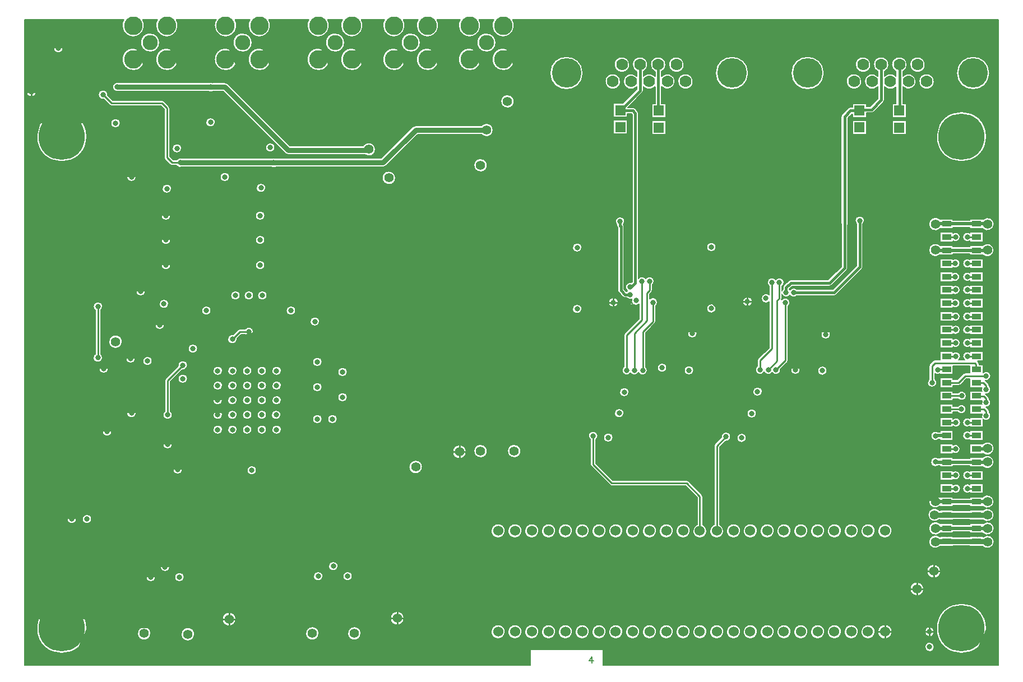
<source format=gbr>
%FSLAX23Y23*%
%MOIN*%
G04 EasyPC Gerber Version 17.0 Build 3379 *
%ADD71R,0.05512X0.03504*%
%ADD14R,0.06000X0.06000*%
%ADD10C,0.00500*%
%ADD11C,0.01000*%
%ADD22C,0.01500*%
%ADD20C,0.02000*%
%ADD21C,0.03000*%
%ADD70C,0.03200*%
%ADD19C,0.05600*%
%ADD13C,0.06000*%
%ADD17C,0.07000*%
%ADD15C,0.09000*%
%ADD16C,0.11000*%
%ADD18C,0.17500*%
%ADD12C,0.27500*%
X0Y0D02*
D02*
D10*
X3063Y58D02*
Y153D01*
X3498*
Y58*
X5848*
Y3898*
X2959*
G75*
G02X2903Y3796I-57J-35*
G01*
G75*
G02X2846Y3898J67*
G01*
X2759*
G75*
G02X2703Y3796I-57J-35*
G01*
G75*
G02X2646Y3898J67*
G01*
X2509*
G75*
G02X2453Y3796I-57J-35*
G01*
G75*
G02X2396Y3898J67*
G01*
X2309*
G75*
G02X2253Y3796I-57J-35*
G01*
G75*
G02X2196Y3898J67*
G01*
X2059*
G75*
G02X2003Y3796I-57J-35*
G01*
G75*
G02X1946Y3898J67*
G01*
X1859*
G75*
G02X1803Y3796I-57J-35*
G01*
G75*
G02X1746Y3898J67*
G01*
X1509*
G75*
G02X1453Y3796I-57J-35*
G01*
G75*
G02X1396Y3898J67*
G01*
X1309*
G75*
G02X1252Y3796I-57J-35*
G01*
G75*
G02X1196Y3898J67*
G01*
X959*
G75*
G02X903Y3796I-57J-35*
G01*
G75*
G02X846Y3898J67*
G01*
X759*
G75*
G02X703Y3796I-57J-35*
G01*
G75*
G02X646Y3898J67*
G01*
X58*
Y58*
X3063*
X69Y3468D02*
G75*
G02X126I29D01*
G01*
G75*
G02X69I-29*
G01*
X129Y278D02*
G75*
G02X427I149D01*
G01*
G75*
G02X129I-149*
G01*
Y3203D02*
G75*
G02X427I149D01*
G01*
G75*
G02X129I-149*
G01*
X230Y3728D02*
G75*
G02X285I28D01*
G01*
G75*
G02X230I-28*
G01*
X310Y928D02*
G75*
G02X365I28D01*
G01*
G75*
G02X310I-28*
G01*
X400D02*
G75*
G02X455I28D01*
G01*
G75*
G02X400I-28*
G01*
X476Y1910D02*
Y2171D01*
G75*
G02X465Y2192I17J22*
G01*
G75*
G02X520I28*
G01*
G75*
G02X509Y2171I-28*
G01*
Y1910*
G75*
G02X520Y1888I-17J-22*
G01*
G75*
G02X465I-28*
G01*
G75*
G02X476Y1910I28*
G01*
X500Y1823D02*
G75*
G02X555I28D01*
G01*
G75*
G02X500I-28*
G01*
X520Y1448D02*
G75*
G02X575I28D01*
G01*
G75*
G02X520I-28*
G01*
X526Y3425D02*
G75*
G02X495Y3453I-4J27D01*
G01*
G75*
G02X550I28*
G01*
G75*
G02X550Y3449I-28J0*
G01*
X579Y3419*
X873*
G75*
G02X884Y3414I0J-17*
G01*
X914Y3384*
G75*
G02X919Y3373I-12J-12*
G01*
Y3084*
X939Y3064*
X960*
G75*
G02X992Y3074I23J-17*
G01*
X1524*
G75*
G02X1551I13J-27*
G01*
X2177*
X2364Y3261*
G75*
G02X2383Y3269I19J-19*
G01*
X2773*
G75*
G02X2803Y3282I29J-27*
G01*
G75*
G02Y3203J-40*
G01*
G75*
G02X2773Y3216J40*
G01*
X2393*
X2206Y3029*
G75*
G02X2188Y3021I-19J19*
G01*
X1551*
G75*
G02X1524I-13J27*
G01*
X992*
G75*
G02X960Y3031I-10J27*
G01*
X933*
G75*
G02X921Y3036I0J17*
G01*
X891Y3066*
G75*
G02X886Y3078I12J12*
G01*
Y3366*
X866Y3386*
X573*
G75*
G02X561Y3391I0J17*
G01*
X526Y3425*
X558Y1983D02*
G75*
G02X637I40D01*
G01*
G75*
G02X558I-40*
G01*
X570Y3283D02*
G75*
G02X625I28D01*
G01*
G75*
G02X570I-28*
G01*
X615Y3471D02*
G75*
G02X580Y3498I-7J27D01*
G01*
G75*
G02X615Y3524I28*
G01*
X1149*
G75*
G02X1176I13J-27*
G01*
X1248*
G75*
G02X1266Y3516I0J-27*
G01*
X1633Y3149*
X2069*
G75*
G02X2103Y3167I33J-22*
G01*
G75*
G02Y3088J-40*
G01*
G75*
G02X2079Y3096J40*
G01*
X1623*
G75*
G02X1604Y3104I0J27*
G01*
X1237Y3471*
X1176*
G75*
G02X1149I-13J27*
G01*
X615*
X660Y1883D02*
G75*
G02X715I28D01*
G01*
G75*
G02X660I-28*
G01*
X665Y1558D02*
G75*
G02X720I28D01*
G01*
G75*
G02X665I-28*
G01*
Y2963D02*
G75*
G02X720I28D01*
G01*
G75*
G02X665I-28*
G01*
X703Y3596D02*
G75*
G02Y3729J67D01*
G01*
G75*
G02Y3596J-67*
G01*
X720Y2283D02*
G75*
G02X775I28D01*
G01*
G75*
G02X720I-28*
G01*
X728Y248D02*
G75*
G02X807I40D01*
G01*
G75*
G02X728I-40*
G01*
X760Y1868D02*
G75*
G02X815I28D01*
G01*
G75*
G02X760I-28*
G01*
X780Y583D02*
G75*
G02X835I28D01*
G01*
G75*
G02X780I-28*
G01*
X803Y3706D02*
G75*
G02Y3819J57D01*
G01*
G75*
G02Y3706J-57*
G01*
X833Y2083D02*
G75*
G02X888I28D01*
G01*
G75*
G02X833I-28*
G01*
X858Y2208D02*
G75*
G02X913I28D01*
G01*
G75*
G02X858I-28*
G01*
X865Y643D02*
G75*
G02X920I28D01*
G01*
G75*
G02X865I-28*
G01*
X870Y2438D02*
G75*
G02X925I28D01*
G01*
G75*
G02X870I-28*
G01*
Y2588D02*
G75*
G02X925I28D01*
G01*
G75*
G02X870I-28*
G01*
Y2733D02*
G75*
G02X925I28D01*
G01*
G75*
G02X870I-28*
G01*
X875Y2893D02*
G75*
G02X930I28D01*
G01*
G75*
G02X875I-28*
G01*
X880Y1373D02*
G75*
G02X935I28D01*
G01*
G75*
G02X880I-28*
G01*
X891Y1570D02*
Y1753D01*
G75*
G02X896Y1764I17J0*
G01*
X970Y1839*
G75*
G02X970Y1843I27J4*
G01*
G75*
G02X1025I28*
G01*
G75*
G02X994Y1815I-28*
G01*
X924Y1746*
Y1570*
G75*
G02X935Y1548I-17J-22*
G01*
G75*
G02X880I-28*
G01*
G75*
G02X891Y1570I28*
G01*
X903Y3596D02*
G75*
G02Y3729J67D01*
G01*
G75*
G02Y3596J-67*
G01*
X935Y3133D02*
G75*
G02X990I28D01*
G01*
G75*
G02X935I-28*
G01*
X940Y1223D02*
G75*
G02X995I28D01*
G01*
G75*
G02X940I-28*
G01*
X950Y583D02*
G75*
G02X1005I28D01*
G01*
G75*
G02X950I-28*
G01*
X970Y1763D02*
G75*
G02X1025I28D01*
G01*
G75*
G02X970I-28*
G01*
X988Y243D02*
G75*
G02X1067I40D01*
G01*
G75*
G02X988I-40*
G01*
X1030Y1942D02*
G75*
G02X1085I28D01*
G01*
G75*
G02X1030I-28*
G01*
X1110Y2168D02*
G75*
G02X1165I28D01*
G01*
G75*
G02X1110I-28*
G01*
X1135Y3288D02*
G75*
G02X1190I28D01*
G01*
G75*
G02X1135I-28*
G01*
X1178Y1460D02*
G75*
G02X1233I28D01*
G01*
G75*
G02X1178I-28*
G01*
Y1548D02*
G75*
G02X1233I28D01*
G01*
G75*
G02X1178I-28*
G01*
Y1635D02*
G75*
G02X1233I28D01*
G01*
G75*
G02X1178I-28*
G01*
Y1722D02*
G75*
G02X1233I28D01*
G01*
G75*
G02X1178I-28*
G01*
Y1810D02*
G75*
G02X1233I28D01*
G01*
G75*
G02X1178I-28*
G01*
X1220Y2963D02*
G75*
G02X1275I28D01*
G01*
G75*
G02X1220I-28*
G01*
X1232Y333D02*
G75*
G02X1313I41D01*
G01*
G75*
G02X1232I-41*
G01*
X1252Y3596D02*
G75*
G02Y3729J67D01*
G01*
G75*
G02Y3596J-67*
G01*
X1265Y1460D02*
G75*
G02X1320I28D01*
G01*
G75*
G02X1265I-28*
G01*
Y1548D02*
G75*
G02X1320I28D01*
G01*
G75*
G02X1265I-28*
G01*
Y1635D02*
G75*
G02X1320I28D01*
G01*
G75*
G02X1265I-28*
G01*
Y1722D02*
G75*
G02X1320I28D01*
G01*
G75*
G02X1265I-28*
G01*
Y1810D02*
G75*
G02X1320I28D01*
G01*
G75*
G02X1265I-28*
G01*
X1283Y2258D02*
G75*
G02X1338I28D01*
G01*
G75*
G02X1283I-28*
G01*
X1296Y2025D02*
X1326Y2054D01*
G75*
G02X1338Y2059I12J-12*
G01*
X1368*
G75*
G02X1418Y2043I22J-17*
G01*
G75*
G02X1368Y2026I-28*
G01*
X1344*
X1320Y2001*
G75*
G02X1320Y1998I-27J-4*
G01*
G75*
G02X1265I-28*
G01*
G75*
G02X1296Y2025I28*
G01*
X1353Y1460D02*
G75*
G02X1408I28D01*
G01*
G75*
G02X1353I-28*
G01*
Y1548D02*
G75*
G02X1408I28D01*
G01*
G75*
G02X1353I-28*
G01*
Y1635D02*
G75*
G02X1408I28D01*
G01*
G75*
G02X1353I-28*
G01*
Y1722D02*
G75*
G02X1408I28D01*
G01*
G75*
G02X1353I-28*
G01*
Y1810D02*
G75*
G02X1408I28D01*
G01*
G75*
G02X1353I-28*
G01*
Y3706D02*
G75*
G02Y3819J57D01*
G01*
G75*
G02Y3706J-57*
G01*
X1363Y2258D02*
G75*
G02X1418I28D01*
G01*
G75*
G02X1363I-28*
G01*
X1380Y1218D02*
G75*
G02X1435I28D01*
G01*
G75*
G02X1380I-28*
G01*
X1430Y2438D02*
G75*
G02X1485I28D01*
G01*
G75*
G02X1430I-28*
G01*
Y2588D02*
G75*
G02X1485I28D01*
G01*
G75*
G02X1430I-28*
G01*
Y2733D02*
G75*
G02X1485I28D01*
G01*
G75*
G02X1430I-28*
G01*
X1435Y2898D02*
G75*
G02X1490I28D01*
G01*
G75*
G02X1435I-28*
G01*
X1440Y1460D02*
G75*
G02X1495I28D01*
G01*
G75*
G02X1440I-28*
G01*
Y1548D02*
G75*
G02X1495I28D01*
G01*
G75*
G02X1440I-28*
G01*
Y1635D02*
G75*
G02X1495I28D01*
G01*
G75*
G02X1440I-28*
G01*
Y1722D02*
G75*
G02X1495I28D01*
G01*
G75*
G02X1440I-28*
G01*
Y1810D02*
G75*
G02X1495I28D01*
G01*
G75*
G02X1440I-28*
G01*
X1443Y2258D02*
G75*
G02X1498I28D01*
G01*
G75*
G02X1443I-28*
G01*
X1453Y3596D02*
G75*
G02Y3729J67D01*
G01*
G75*
G02Y3596J-67*
G01*
X1490Y3138D02*
G75*
G02X1545I28D01*
G01*
G75*
G02X1490I-28*
G01*
X1525Y1548D02*
G75*
G02X1580I28D01*
G01*
G75*
G02X1525I-28*
G01*
X1528Y1460D02*
G75*
G02X1583I28D01*
G01*
G75*
G02X1528I-28*
G01*
Y1635D02*
G75*
G02X1583I28D01*
G01*
G75*
G02X1528I-28*
G01*
Y1722D02*
G75*
G02X1583I28D01*
G01*
G75*
G02X1528I-28*
G01*
Y1810D02*
G75*
G02X1583I28D01*
G01*
G75*
G02X1528I-28*
G01*
X1613Y2168D02*
G75*
G02X1668I28D01*
G01*
G75*
G02X1613I-28*
G01*
X1728Y248D02*
G75*
G02X1807I40D01*
G01*
G75*
G02X1728I-40*
G01*
X1755Y2103D02*
G75*
G02X1810I28D01*
G01*
G75*
G02X1755I-28*
G01*
X1770Y1523D02*
G75*
G02X1825I28D01*
G01*
G75*
G02X1770I-28*
G01*
Y1713D02*
G75*
G02X1825I28D01*
G01*
G75*
G02X1770I-28*
G01*
Y1863D02*
G75*
G02X1825I28D01*
G01*
G75*
G02X1770I-28*
G01*
X1775Y588D02*
G75*
G02X1830I28D01*
G01*
G75*
G02X1775I-28*
G01*
X1803Y3596D02*
G75*
G02Y3729J67D01*
G01*
G75*
G02Y3596J-67*
G01*
X1860Y1523D02*
G75*
G02X1915I28D01*
G01*
G75*
G02X1860I-28*
G01*
X1865Y648D02*
G75*
G02X1920I28D01*
G01*
G75*
G02X1865I-28*
G01*
X1903Y3706D02*
G75*
G02Y3819J57D01*
G01*
G75*
G02Y3706J-57*
G01*
X1920Y1653D02*
G75*
G02X1975I28D01*
G01*
G75*
G02X1920I-28*
G01*
Y1803D02*
G75*
G02X1975I28D01*
G01*
G75*
G02X1920I-28*
G01*
X1950Y588D02*
G75*
G02X2005I28D01*
G01*
G75*
G02X1950I-28*
G01*
X1978Y248D02*
G75*
G02X2057I40D01*
G01*
G75*
G02X1978I-40*
G01*
X2003Y3596D02*
G75*
G02Y3729J67D01*
G01*
G75*
G02Y3596J-67*
G01*
X2223Y2918D02*
G75*
G02Y2997J40D01*
G01*
G75*
G02Y2918J-40*
G01*
X2232Y338D02*
G75*
G02X2313I41D01*
G01*
G75*
G02X2232I-41*
G01*
X2253Y3596D02*
G75*
G02Y3729J67D01*
G01*
G75*
G02Y3596J-67*
G01*
X2343Y1238D02*
G75*
G02X2422I40D01*
G01*
G75*
G02X2343I-40*
G01*
X2353Y3706D02*
G75*
G02Y3819J57D01*
G01*
G75*
G02Y3706J-57*
G01*
X2453Y3596D02*
G75*
G02Y3729J67D01*
G01*
G75*
G02Y3596J-67*
G01*
X2602Y1328D02*
G75*
G02X2683I41D01*
G01*
G75*
G02X2602I-41*
G01*
X2703Y3596D02*
G75*
G02Y3729J67D01*
G01*
G75*
G02Y3596J-67*
G01*
X2768Y1372D02*
G75*
G02Y1293J-40D01*
G01*
G75*
G02Y1372J40*
G01*
Y3072D02*
G75*
G02Y2993J-40D01*
G01*
G75*
G02Y3072J40*
G01*
X2803Y3706D02*
G75*
G02Y3819J57D01*
G01*
G75*
G02Y3706J-57*
G01*
X2831Y258D02*
G75*
G02X2914I42D01*
G01*
G75*
G02X2831I-42*
G01*
Y858D02*
G75*
G02X2914I42D01*
G01*
G75*
G02X2831I-42*
G01*
X2903Y3596D02*
G75*
G02Y3729J67D01*
G01*
G75*
G02Y3596J-67*
G01*
X2928Y3373D02*
G75*
G02Y3452J40D01*
G01*
G75*
G02Y3373J-40*
G01*
X2931Y258D02*
G75*
G02X3014I42D01*
G01*
G75*
G02X2931I-42*
G01*
Y858D02*
G75*
G02X3014I42D01*
G01*
G75*
G02X2931I-42*
G01*
X2968Y1372D02*
G75*
G02Y1293J-40D01*
G01*
G75*
G02Y1372J40*
G01*
X3031Y258D02*
G75*
G02X3114I42D01*
G01*
G75*
G02X3031I-42*
G01*
Y858D02*
G75*
G02X3114I42D01*
G01*
G75*
G02X3031I-42*
G01*
X3131Y258D02*
G75*
G02X3214I42D01*
G01*
G75*
G02X3131I-42*
G01*
Y858D02*
G75*
G02X3214I42D01*
G01*
G75*
G02X3131I-42*
G01*
X3180Y3581D02*
G75*
G02X3378I99D01*
G01*
G75*
G02X3180I-99*
G01*
X3231Y258D02*
G75*
G02X3314I42D01*
G01*
G75*
G02X3231I-42*
G01*
Y858D02*
G75*
G02X3314I42D01*
G01*
G75*
G02X3231I-42*
G01*
X3315Y2178D02*
G75*
G02X3370I28D01*
G01*
G75*
G02X3315I-28*
G01*
Y2543D02*
G75*
G02X3370I28D01*
G01*
G75*
G02X3315I-28*
G01*
X3331Y258D02*
G75*
G02X3414I42D01*
G01*
G75*
G02X3331I-42*
G01*
Y858D02*
G75*
G02X3414I42D01*
G01*
G75*
G02X3331I-42*
G01*
X3421Y1401D02*
G75*
G02X3410Y1423I17J22D01*
G01*
G75*
G02X3465I28*
G01*
G75*
G02X3454Y1401I-28*
G01*
Y1259*
X3554Y1159*
X3993*
G75*
G02X4004Y1154I0J-17*
G01*
X4084Y1074*
G75*
G02X4089Y1063I-12J-12*
G01*
Y896*
G75*
G02X4114Y858I-17J-38*
G01*
G75*
G02X4031I-42*
G01*
G75*
G02X4056Y896I42*
G01*
Y1056*
X3986Y1126*
X3548*
G75*
G02X3536Y1131I0J17*
G01*
X3426Y1241*
G75*
G02X3421Y1252I12J12*
G01*
Y1401*
X3431Y258D02*
G75*
G02X3514I42D01*
G01*
G75*
G02X3431I-42*
G01*
Y858D02*
G75*
G02X3514I42D01*
G01*
G75*
G02X3431I-42*
G01*
X3500Y1413D02*
G75*
G02X3555I28D01*
G01*
G75*
G02X3500I-28*
G01*
X3508Y3531D02*
G75*
G02X3601I46D01*
G01*
G75*
G02X3508I-46*
G01*
X3529Y2217D02*
G75*
G02X3586I29D01*
G01*
G75*
G02X3529I-29*
G01*
X3531Y258D02*
G75*
G02X3614I42D01*
G01*
G75*
G02X3531I-42*
G01*
Y858D02*
G75*
G02X3614I42D01*
G01*
G75*
G02X3531I-42*
G01*
X3562Y3631D02*
G75*
G02X3655I46D01*
G01*
G75*
G02X3562I-46*
G01*
X3565Y1558D02*
G75*
G02X3620I28D01*
G01*
G75*
G02X3565I-28*
G01*
X3578Y2678D02*
G75*
G02X3570Y2698I19J20D01*
G01*
G75*
G02X3625I28*
G01*
G75*
G02X3618Y2679I-28*
G01*
G75*
G02X3622Y2668I-15J-11*
G01*
Y2295*
X3635Y2282*
X3638*
G75*
G02X3642Y2285I20J-19*
G01*
G75*
G02X3663Y2335I16J23*
G01*
X3669Y2340*
Y3335*
X3665Y3338*
X3640*
Y3318*
X3557*
Y3401*
X3613*
X3698Y3485*
Y3500*
G75*
G02X3616Y3531I-35J31*
G01*
G75*
G02X3698Y3561I46*
G01*
Y3588*
G75*
G02X3670Y3631I19J42*
G01*
G75*
G02X3763I46*
G01*
G75*
G02X3736Y3588I-46*
G01*
Y3561*
G75*
G02X3806I35J-31*
G01*
Y3588*
G75*
G02X3778Y3631I19J42*
G01*
G75*
G02X3871I46*
G01*
G75*
G02X3844Y3588I-46*
G01*
Y3561*
G75*
G02X3925Y3531I35J-31*
G01*
G75*
G02X3844Y3500I-46*
G01*
Y3399*
X3869*
Y3316*
X3786*
Y3399*
X3806*
Y3500*
G75*
G02X3736I-35J31*
G01*
Y3477*
G75*
G02X3730Y3464I-19*
G01*
X3643Y3377*
X3673*
G75*
G02X3686Y3371I0J-19*
G01*
X3701Y3356*
G75*
G02X3707Y3343I-13J-13*
G01*
Y2360*
G75*
G02X3750Y2358I21J-18*
G01*
G75*
G02X3800Y2342I23J-16*
G01*
G75*
G02X3789Y2321I-28*
G01*
Y2288*
G75*
G02X3784Y2276I-17J0*
G01*
X3774Y2266*
Y2238*
G75*
G02X3820Y2217I19J-20*
G01*
G75*
G02X3809Y2196I-28*
G01*
Y2103*
G75*
G02X3804Y2091I-17J0*
G01*
X3749Y2036*
Y1835*
G75*
G02X3760Y1813I-17J-22*
G01*
G75*
G02X3708Y1801I-28*
G01*
G75*
G02X3660Y1797I-25J11*
G01*
G75*
G02X3610Y1813I-23J16*
G01*
G75*
G02X3621Y1835I28*
G01*
Y2023*
G75*
G02X3626Y2034I17J0*
G01*
X3711Y2119*
Y2207*
G75*
G02X3667Y2237I-19J20*
G01*
G75*
G02X3638Y2244I-9J26*
G01*
X3628*
G75*
G02X3614Y2249I0J19*
G01*
X3589Y2274*
G75*
G02X3584Y2288I13J13*
G01*
Y2660*
G75*
G02X3578Y2673I14J13*
G01*
Y2678*
X3595Y1683D02*
G75*
G02X3650I28D01*
G01*
G75*
G02X3595I-28*
G01*
X3631Y258D02*
G75*
G02X3714I42D01*
G01*
G75*
G02X3631I-42*
G01*
Y858D02*
G75*
G02X3714I42D01*
G01*
G75*
G02X3631I-42*
G01*
X3640Y3218D02*
X3557D01*
Y3301*
X3640*
Y3218*
X3731Y258D02*
G75*
G02X3814I42D01*
G01*
G75*
G02X3731I-42*
G01*
Y858D02*
G75*
G02X3814I42D01*
G01*
G75*
G02X3731I-42*
G01*
X3820Y1828D02*
G75*
G02X3875I28D01*
G01*
G75*
G02X3820I-28*
G01*
X3831Y258D02*
G75*
G02X3914I42D01*
G01*
G75*
G02X3831I-42*
G01*
Y858D02*
G75*
G02X3914I42D01*
G01*
G75*
G02X3831I-42*
G01*
X3869Y3216D02*
X3786D01*
Y3299*
X3869*
Y3216*
X3886Y3631D02*
G75*
G02X3979I46D01*
G01*
G75*
G02X3886I-46*
G01*
X3931Y258D02*
G75*
G02X4014I42D01*
G01*
G75*
G02X3931I-42*
G01*
Y858D02*
G75*
G02X4014I42D01*
G01*
G75*
G02X3931I-42*
G01*
X3940Y3531D02*
G75*
G02X4033I46D01*
G01*
G75*
G02X3940I-46*
G01*
X3980Y1813D02*
G75*
G02X4035I28D01*
G01*
G75*
G02X3980I-28*
G01*
X4000Y2033D02*
G75*
G02X4055I28D01*
G01*
G75*
G02X4000I-28*
G01*
X4031Y258D02*
G75*
G02X4114I42D01*
G01*
G75*
G02X4031I-42*
G01*
X4113Y2181D02*
G75*
G02X4168I28D01*
G01*
G75*
G02X4113I-28*
G01*
Y2546D02*
G75*
G02X4168I28D01*
G01*
G75*
G02X4113I-28*
G01*
X4131Y258D02*
G75*
G02X4214I42D01*
G01*
G75*
G02X4131I-42*
G01*
X4156Y896D02*
Y1363D01*
G75*
G02X4161Y1374I17J0*
G01*
X4200Y1414*
G75*
G02X4200Y1418I27J4*
G01*
G75*
G02X4255I28*
G01*
G75*
G02X4224Y1390I-28*
G01*
X4189Y1356*
Y896*
G75*
G02X4214Y858I-17J-38*
G01*
G75*
G02X4131I-42*
G01*
G75*
G02X4156Y896I42*
G01*
X4164Y3581D02*
G75*
G02X4362I99D01*
G01*
G75*
G02X4164I-99*
G01*
X4231Y258D02*
G75*
G02X4314I42D01*
G01*
G75*
G02X4231I-42*
G01*
Y858D02*
G75*
G02X4314I42D01*
G01*
G75*
G02X4231I-42*
G01*
X4293Y1411D02*
G75*
G02X4348I28D01*
G01*
G75*
G02X4293I-28*
G01*
X4327Y2221D02*
G75*
G02X4384I29D01*
G01*
G75*
G02X4327I-29*
G01*
X4331Y258D02*
G75*
G02X4414I42D01*
G01*
G75*
G02X4331I-42*
G01*
Y858D02*
G75*
G02X4414I42D01*
G01*
G75*
G02X4331I-42*
G01*
X4353Y1556D02*
G75*
G02X4408I28D01*
G01*
G75*
G02X4353I-28*
G01*
X4388Y1686D02*
G75*
G02X4443I28D01*
G01*
G75*
G02X4388I-28*
G01*
X4414Y1838D02*
Y1871D01*
G75*
G02X4418Y1882I17J0*
G01*
X4484Y1947*
Y2220*
G75*
G02X4438Y2241I-19J20*
G01*
G75*
G02X4484Y2261I28*
G01*
Y2314*
G75*
G02X4473Y2336I17J22*
G01*
G75*
G02X4523Y2351I28*
G01*
G75*
G02X4573Y2336I23J-16*
G01*
G75*
G02X4559Y2312I-28*
G01*
Y2284*
G75*
G02X4566Y2295I26J-9*
G01*
Y2305*
G75*
G02X4572Y2319I19*
G01*
X4599Y2346*
G75*
G02X4613Y2352I13J-13*
G01*
X4835*
X4914Y2430*
Y2671*
G75*
G02X4912Y2691I19J12*
G01*
Y3322*
G75*
G02X4918Y3337I21J0*
G01*
X4953Y3372*
G75*
G02X4968Y3379I15J-14*
G01*
X4980*
Y3399*
X5063*
Y3382*
X5085*
X5132Y3428*
Y3500*
G75*
G02X5050Y3531I-35J31*
G01*
G75*
G02X5132Y3561I46*
G01*
Y3588*
G75*
G02X5104Y3631I19J42*
G01*
G75*
G02X5197I46*
G01*
G75*
G02X5170Y3588I-46*
G01*
Y3561*
G75*
G02X5238Y3563I35J-31*
G01*
Y3589*
G75*
G02X5212Y3631I21J42*
G01*
G75*
G02X5305I46*
G01*
G75*
G02X5279Y3589I-46*
G01*
Y3563*
G75*
G02X5359Y3531I33J-32*
G01*
G75*
G02X5279Y3498I-46*
G01*
Y3399*
X5299*
Y3316*
X5216*
Y3399*
X5238*
Y3498*
G75*
G02X5170Y3500I-33J32*
G01*
Y3421*
G75*
G02X5164Y3407I-19*
G01*
X5106Y3349*
G75*
G02X5093Y3344I-13J13*
G01*
X5063*
Y3316*
X4980*
Y3337*
X4976*
X4953Y3314*
Y2691*
G75*
G02X4952Y2671I-21J-8*
G01*
Y2422*
G75*
G02X4946Y2409I-19*
G01*
X4856Y2319*
G75*
G02X4843Y2313I-13J13*
G01*
X4620*
X4604Y2297*
Y2295*
G75*
G02X4608Y2291I-19J-20*
G01*
G75*
G02X4650Y2295I22J-16*
G01*
X4863*
X5004Y2435*
Y2683*
G75*
G02X4995Y2703I19J20*
G01*
G75*
G02X5050I28*
G01*
G75*
G02X5042Y2683I-28*
G01*
Y2428*
G75*
G02X5036Y2414I-19*
G01*
X4884Y2262*
G75*
G02X4871Y2257I-13J13*
G01*
X4650*
G75*
G02X4608Y2260I-20J19*
G01*
G75*
G02X4559Y2267I-23J16*
G01*
Y2238*
G75*
G02X4558Y2232I-16J0*
G01*
G75*
G02X4608Y2216I22J-16*
G01*
G75*
G02X4597Y2194I-28*
G01*
Y1871*
G75*
G02X4592Y1859I-17J0*
G01*
X4552Y1819*
G75*
G02X4503Y1800I-27J-4*
G01*
G75*
G02X4455Y1804I-23J16*
G01*
G75*
G02X4403Y1816I-25J11*
G01*
G75*
G02X4414Y1838I28*
G01*
X4431Y258D02*
G75*
G02X4514I42D01*
G01*
G75*
G02X4431I-42*
G01*
Y858D02*
G75*
G02X4514I42D01*
G01*
G75*
G02X4431I-42*
G01*
X4531Y258D02*
G75*
G02X4614I42D01*
G01*
G75*
G02X4531I-42*
G01*
Y858D02*
G75*
G02X4614I42D01*
G01*
G75*
G02X4531I-42*
G01*
X4613Y1816D02*
G75*
G02X4668I28D01*
G01*
G75*
G02X4613I-28*
G01*
X4614Y3581D02*
G75*
G02X4812I99D01*
G01*
G75*
G02X4614I-99*
G01*
X4631Y258D02*
G75*
G02X4714I42D01*
G01*
G75*
G02X4631I-42*
G01*
Y858D02*
G75*
G02X4714I42D01*
G01*
G75*
G02X4631I-42*
G01*
X4731Y258D02*
G75*
G02X4814I42D01*
G01*
G75*
G02X4731I-42*
G01*
Y858D02*
G75*
G02X4814I42D01*
G01*
G75*
G02X4731I-42*
G01*
X4773Y1811D02*
G75*
G02X4828I28D01*
G01*
G75*
G02X4773I-28*
G01*
X4793Y2026D02*
G75*
G02X4848I28D01*
G01*
G75*
G02X4793I-28*
G01*
X4831Y258D02*
G75*
G02X4914I42D01*
G01*
G75*
G02X4831I-42*
G01*
Y858D02*
G75*
G02X4914I42D01*
G01*
G75*
G02X4831I-42*
G01*
X4931Y258D02*
G75*
G02X5014I42D01*
G01*
G75*
G02X4931I-42*
G01*
Y858D02*
G75*
G02X5014I42D01*
G01*
G75*
G02X4931I-42*
G01*
X4942Y3531D02*
G75*
G02X5035I46D01*
G01*
G75*
G02X4942I-46*
G01*
X4996Y3631D02*
G75*
G02X5089I46D01*
G01*
G75*
G02X4996I-46*
G01*
X5031Y258D02*
G75*
G02X5114I42D01*
G01*
G75*
G02X5031I-42*
G01*
Y858D02*
G75*
G02X5114I42D01*
G01*
G75*
G02X5031I-42*
G01*
X5063Y3216D02*
X4980D01*
Y3299*
X5063*
Y3216*
X5130Y258D02*
G75*
G02X5215I43D01*
G01*
G75*
G02X5130I-43*
G01*
X5131Y858D02*
G75*
G02X5214I42D01*
G01*
G75*
G02X5131I-42*
G01*
X5299Y3216D02*
X5216D01*
Y3299*
X5299*
Y3216*
X5320Y3631D02*
G75*
G02X5413I46D01*
G01*
G75*
G02X5320I-46*
G01*
X5363Y472D02*
G75*
G02Y553J41D01*
G01*
G75*
G02Y472J-41*
G01*
X5374Y3531D02*
G75*
G02X5467I46D01*
G01*
G75*
G02X5374I-46*
G01*
X5435Y1760D02*
Y1839D01*
G75*
G02X5440Y1852I18J0*
G01*
X5458Y1870*
G75*
G02X5470Y1875I13J-13*
G01*
X5499*
Y1926*
X5578*
Y1919*
G75*
G02X5611Y1875I17J-22*
G01*
X5646*
G75*
G02X5677Y1920I17J22*
G01*
Y1926*
X5756*
Y1868*
X5723*
X5728Y1863*
G75*
G02X5735Y1849I-12J-14*
G01*
Y1847*
X5756*
Y1799*
G75*
G02X5802Y1780I19J-20*
G01*
G75*
G02X5769Y1753I-28*
G01*
G75*
G02X5769Y1752I-12J-13*
G01*
X5788Y1734*
G75*
G02X5793Y1721I-13J-13*
G01*
Y1720*
G75*
G02X5772Y1672I-18J-21*
G01*
X5788Y1656*
G75*
G02X5793Y1644I-13J-13*
G01*
Y1642*
G75*
G02X5775Y1594I-18J-21*
G01*
X5788Y1581*
G75*
G02X5793Y1569I-13J-13*
G01*
Y1563*
G75*
G02X5802Y1542I-18J-21*
G01*
G75*
G02X5756Y1523I-28*
G01*
Y1474*
X5677*
Y1480*
G75*
G02X5635Y1503I-15J23*
G01*
G75*
G02X5677Y1526I28*
G01*
Y1532*
X5749*
G75*
G02X5749Y1553I26J10*
G01*
X5677*
Y1611*
X5749*
G75*
G02X5750Y1632I26J10*
G01*
X5677*
Y1690*
X5749*
G75*
G02X5750Y1710I26J10*
G01*
X5677*
Y1762*
X5658*
X5623Y1727*
G75*
G02X5610Y1721I-13J13*
G01*
X5578*
Y1710*
X5499*
Y1769*
X5578*
Y1758*
X5603*
X5637Y1792*
G75*
G02X5650Y1798I13J-13*
G01*
X5677*
Y1839*
X5578*
Y1789*
X5499*
Y1792*
G75*
G02X5471Y1793I-14J24*
G01*
Y1761*
G75*
G02X5481Y1740I-18J-21*
G01*
G75*
G02X5426I-28*
G01*
G75*
G02X5435Y1760I27*
G01*
X5438Y195D02*
G75*
G02Y140J-28D01*
G01*
G75*
G02Y195J28*
G01*
Y286D02*
G75*
G02Y229J-29D01*
G01*
G75*
G02Y286J29*
G01*
X5463Y577D02*
G75*
G02Y658J41D01*
G01*
G75*
G02Y577J-41*
G01*
X5479Y278D02*
G75*
G02X5777I149D01*
G01*
G75*
G02X5479I-149*
G01*
Y3203D02*
G75*
G02X5777I149D01*
G01*
G75*
G02X5479I-149*
G01*
X5487Y1446D02*
X5499D01*
Y1454*
X5578*
Y1396*
X5499*
Y1403*
X5492*
G75*
G02X5445Y1423I-19J19*
G01*
G75*
G02X5487Y1446I28*
G01*
X5487Y1244D02*
G75*
G02X5445Y1268I-15J23D01*
G01*
G75*
G02X5487Y1291I28*
G01*
X5499*
Y1296*
X5578*
Y1289*
X5677*
Y1296*
X5755*
G75*
G02X5822Y1268I27J-29*
G01*
G75*
G02X5756Y1239I-40*
G01*
Y1238*
X5677*
Y1246*
X5578*
Y1238*
X5499*
Y1244*
X5487*
X5495Y924D02*
G75*
G02X5428Y953I-27J28D01*
G01*
G75*
G02X5496Y980I40*
G01*
X5499*
Y981*
X5532*
G75*
G02X5545I6J-29*
G01*
X5578*
Y979*
X5677*
Y981*
X5710*
G75*
G02X5723I6J-29*
G01*
X5755*
G75*
G02X5822Y953I27J-29*
G01*
G75*
G02X5756Y924I-40*
G01*
Y923*
X5723*
G75*
G02X5710I-6J29*
G01*
X5677*
Y926*
X5578*
Y923*
X5545*
G75*
G02X5532I-6J29*
G01*
X5499*
Y924*
X5495*
X5499Y821D02*
Y824D01*
X5532*
G75*
G02X5545I6J-29*
G01*
X5578*
Y821*
X5677*
Y824*
X5710*
G75*
G02X5723I6J-29*
G01*
X5756*
Y821*
G75*
G02X5822Y793I27J-29*
G01*
G75*
G02X5754Y766I-40*
G01*
X5723*
G75*
G02X5710I-6J29*
G01*
X5677*
Y768*
X5578*
Y766*
X5545*
G75*
G02X5532I-6J29*
G01*
X5501*
G75*
G02X5433Y793I-29J27*
G01*
G75*
G02X5499Y821I40*
G01*
Y901D02*
Y902D01*
X5578*
Y895*
X5677*
Y902*
X5756*
Y901*
G75*
G02X5822Y873I27J-29*
G01*
G75*
G02X5755Y844I-40*
G01*
X5677*
Y852*
X5578*
Y844*
X5500*
G75*
G02X5433Y873I-28J28*
G01*
G75*
G02X5499Y901I40*
G01*
Y1004D02*
G75*
G02X5433Y1033I-27J29D01*
G01*
G75*
G02X5501Y1060I40*
G01*
X5578*
Y1052*
X5677*
Y1060*
X5754*
G75*
G02X5822Y1033I28J-27*
G01*
G75*
G02X5756Y1004I-40*
G01*
Y1002*
X5677*
Y1009*
X5578*
Y1002*
X5499*
Y1004*
Y2499D02*
G75*
G02X5433Y2528I-27J29D01*
G01*
G75*
G02X5500Y2556I40*
G01*
X5578*
Y2548*
X5677*
Y2556*
X5755*
G75*
G02X5822Y2528I27J-28*
G01*
G75*
G02X5756Y2499I-40*
G01*
Y2498*
X5677*
Y2505*
X5578*
Y2498*
X5499*
Y2499*
Y2711D02*
Y2713D01*
X5578*
Y2706*
X5677*
Y2713*
X5756*
Y2711*
G75*
G02X5822Y2683I27J-29*
G01*
G75*
G02X5754Y2655I-40*
G01*
X5677*
Y2663*
X5578*
Y2655*
X5501*
G75*
G02X5433Y2683I-29J27*
G01*
G75*
G02X5499Y2711I40*
G01*
X5578Y1088D02*
Y1081D01*
X5499*
Y1139*
X5578*
Y1131*
G75*
G02X5622Y1109I17J-22*
G01*
G75*
G02X5578Y1088I-28*
G01*
Y1165D02*
Y1159D01*
X5499*
Y1217*
X5578*
Y1211*
G75*
G02X5620Y1188I15J-23*
G01*
G75*
G02X5578Y1165I-28*
G01*
Y1322D02*
Y1317D01*
X5499*
Y1375*
X5578*
Y1368*
G75*
G02X5620Y1345I15J-23*
G01*
G75*
G02X5578Y1322I-28*
G01*
Y1482D02*
Y1474D01*
X5499*
Y1532*
X5578*
Y1523*
G75*
G02X5623Y1503I18J-21*
G01*
G75*
G02X5578Y1482I-28*
G01*
Y1564D02*
Y1553D01*
X5499*
Y1611*
X5578*
Y1600*
X5607*
G75*
G02X5655Y1582I21J-18*
G01*
G75*
G02X5607Y1564I-28*
G01*
X5578*
Y1643D02*
Y1632D01*
X5499*
Y1690*
X5578*
Y1679*
X5608*
G75*
G02X5657Y1661I21J-18*
G01*
G75*
G02X5608Y1643I-28*
G01*
X5578*
Y1953D02*
Y1947D01*
X5499*
Y2005*
X5578*
Y1998*
G75*
G02X5620Y1976I15J-23*
G01*
G75*
G02X5578Y1953I-28*
G01*
Y2031D02*
Y2025D01*
X5499*
Y2083*
X5578*
Y2077*
G75*
G02X5620Y2054I15J-23*
G01*
G75*
G02X5578Y2031I-28*
G01*
Y2110D02*
Y2104D01*
X5499*
Y2162*
X5578*
Y2156*
G75*
G02X5620Y2133I15J-23*
G01*
G75*
G02X5578Y2110I-28*
G01*
Y2189D02*
Y2183D01*
X5499*
Y2241*
X5578*
Y2236*
G75*
G02X5619Y2213I14J-24*
G01*
G75*
G02X5578Y2189I-28*
G01*
Y2268D02*
Y2262D01*
X5499*
Y2320*
X5578*
Y2314*
G75*
G02X5620Y2291I15J-23*
G01*
G75*
G02X5578Y2268I-28*
G01*
Y2344D02*
Y2340D01*
X5499*
Y2398*
X5578*
Y2393*
G75*
G02X5618Y2369I13J-24*
G01*
G75*
G02X5578Y2344I-28*
G01*
Y2425D02*
Y2419D01*
X5499*
Y2477*
X5578*
Y2472*
G75*
G02X5619Y2449I14J-24*
G01*
G75*
G02X5578Y2425I-28*
G01*
Y2583D02*
Y2577D01*
X5499*
Y2635*
X5578*
Y2629*
G75*
G02X5620Y2606I15J-23*
G01*
G75*
G02X5578Y2583I-28*
G01*
X5598Y3581D02*
G75*
G02X5796I99D01*
G01*
G75*
G02X5598I-99*
G01*
X5677Y1086D02*
G75*
G02X5635Y1110I-15J23D01*
G01*
G75*
G02X5677Y1133I28*
G01*
Y1139*
X5756*
Y1081*
X5677*
Y1086*
Y1165D02*
G75*
G02X5635Y1188I-15J23D01*
G01*
G75*
G02X5677Y1211I28*
G01*
Y1217*
X5756*
Y1159*
X5677*
Y1165*
Y1401D02*
G75*
G02X5635Y1425I-15J23D01*
G01*
G75*
G02X5677Y1448I28*
G01*
Y1454*
X5756*
Y1396*
X5677*
Y1401*
Y1953D02*
G75*
G02X5635Y1976I-15J23D01*
G01*
G75*
G02X5677Y1999I28*
G01*
Y2005*
X5756*
Y1947*
X5677*
Y1953*
Y2031D02*
G75*
G02X5635Y2054I-15J23D01*
G01*
G75*
G02X5677Y2078I28*
G01*
Y2083*
X5756*
Y2025*
X5677*
Y2031*
Y2110D02*
G75*
G02X5635Y2133I-15J23D01*
G01*
G75*
G02X5677Y2156I28*
G01*
Y2162*
X5756*
Y2104*
X5677*
Y2110*
Y2189D02*
G75*
G02X5635Y2212I-15J23D01*
G01*
G75*
G02X5677Y2235I28*
G01*
Y2241*
X5756*
Y2183*
X5677*
Y2189*
Y2268D02*
G75*
G02X5635Y2291I-15J23D01*
G01*
G75*
G02X5677Y2314I28*
G01*
Y2320*
X5756*
Y2262*
X5677*
Y2268*
Y2346D02*
G75*
G02X5635Y2369I-15J23D01*
G01*
G75*
G02X5677Y2393I28*
G01*
Y2398*
X5756*
Y2340*
X5677*
Y2346*
Y2425D02*
G75*
G02X5635Y2448I-15J23D01*
G01*
G75*
G02X5677Y2471I28*
G01*
Y2477*
X5756*
Y2419*
X5677*
Y2425*
Y2583D02*
G75*
G02X5635Y2606I-15J23D01*
G01*
G75*
G02X5677Y2629I28*
G01*
Y2635*
X5756*
Y2577*
X5677*
Y2583*
X5754Y1375D02*
G75*
G02X5822Y1348I29J-27D01*
G01*
G75*
G02X5756Y1319I-40*
G01*
Y1317*
X5677*
Y1375*
X5754*
X58Y3468D02*
G36*
Y3413D01*
X539*
X526Y3425*
G75*
G02X495Y3453I-4J27*
G01*
G75*
G02X499Y3468I28J0*
G01*
X126*
G75*
G02X69I-29*
G01*
X58*
G37*
X69D02*
G36*
G75*
G02X126I29D01*
G01*
X499*
G75*
G02X546I23J-15*
G01*
X1240*
X1237Y3471*
X1176*
G75*
G02X1149I-13J27*
G01*
X615*
G75*
G02X580Y3498I-7J27*
G01*
G75*
G02X615Y3524I28*
G01*
X1149*
G75*
G02X1176I13J-27*
G01*
X1248*
G75*
G02X1266Y3516I0J-27*
G01*
X1315Y3468*
X3680*
X3698Y3485*
Y3500*
G75*
G02X3616Y3531I-35J31*
G01*
X3601*
G75*
G02X3508I-46*
G01*
X3364*
G75*
G02X3193I-85J50*
G01*
X58*
Y3468*
X69*
G37*
X546D02*
G36*
G75*
G02X550Y3453I-23J-15D01*
G01*
G75*
G02X550Y3449I-28J0*
G01*
X579Y3419*
X873*
G75*
G02X884Y3414I0J-17*
G01*
X886Y3413*
X1295*
X1240Y3468*
X546*
G37*
X1315D02*
G36*
X1370Y3413D01*
X2888*
G75*
G02X2928Y3452I40*
G01*
G75*
G02X2967Y3413J-40*
G01*
X3625*
X3680Y3468*
X1315*
G37*
X3844D02*
G36*
Y3413D01*
X5116*
X5132Y3428*
Y3468*
X3844*
G37*
X5132D02*
G36*
Y3500D01*
G75*
G02X5050Y3531I-35J31*
G01*
X5035*
G75*
G02X4942I-46*
G01*
X4798*
G75*
G02X4627I-85J50*
G01*
X4348*
G75*
G02X4177I-85J50*
G01*
X4033*
G75*
G02X3940I-46*
G01*
X3925*
G75*
G02X3844Y3500I-46*
G01*
Y3468*
X5132*
G37*
X5279D02*
G36*
Y3413D01*
X5848*
Y3468*
X5279*
G37*
X5848D02*
G36*
Y3531D01*
X5782*
G75*
G02X5611I-85J50*
G01*
X5467*
G75*
G02X5374I-46*
G01*
X5359*
G75*
G02X5279Y3498I-46*
G01*
Y3468*
X5848*
G37*
X58Y278D02*
G36*
Y168D01*
X177*
G75*
G02X129Y278I101J110*
G01*
X58*
G37*
X129D02*
G36*
G75*
G02X139Y333I149J0D01*
G01*
X58*
Y278*
X129*
G37*
X427D02*
G36*
G75*
G02X378Y168I-149D01*
G01*
X5410*
G75*
G02X5438Y195I28*
G01*
G75*
G02X5465Y168J-28*
G01*
X5527*
G75*
G02X5479Y278I101J110*
G01*
X5458*
G75*
G02X5438Y229I-20J-20*
G01*
G75*
G02X5417Y278J29*
G01*
X5210*
G75*
G02X5215Y258I-38J-20*
G01*
G75*
G02X5130I-43*
G01*
G75*
G02X5135Y278I43*
G01*
X5109*
G75*
G02X5114Y258I-36J-20*
G01*
G75*
G02X5031I-42*
G01*
G75*
G02X5036Y278I42*
G01*
X5009*
G75*
G02X5014Y258I-36J-20*
G01*
G75*
G02X4931I-42*
G01*
G75*
G02X4936Y278I42*
G01*
X4909*
G75*
G02X4914Y258I-36J-20*
G01*
G75*
G02X4831I-42*
G01*
G75*
G02X4836Y278I42*
G01*
X4809*
G75*
G02X4814Y258I-36J-20*
G01*
G75*
G02X4731I-42*
G01*
G75*
G02X4736Y278I42*
G01*
X4709*
G75*
G02X4714Y258I-36J-20*
G01*
G75*
G02X4631I-42*
G01*
G75*
G02X4636Y278I42*
G01*
X4609*
G75*
G02X4614Y258I-36J-20*
G01*
G75*
G02X4531I-42*
G01*
G75*
G02X4536Y278I42*
G01*
X4509*
G75*
G02X4514Y258I-36J-20*
G01*
G75*
G02X4431I-42*
G01*
G75*
G02X4436Y278I42*
G01*
X4409*
G75*
G02X4414Y258I-36J-20*
G01*
G75*
G02X4331I-42*
G01*
G75*
G02X4336Y278I42*
G01*
X4309*
G75*
G02X4314Y258I-36J-20*
G01*
G75*
G02X4231I-42*
G01*
G75*
G02X4236Y278I42*
G01*
X4209*
G75*
G02X4214Y258I-36J-20*
G01*
G75*
G02X4131I-42*
G01*
G75*
G02X4136Y278I42*
G01*
X4109*
G75*
G02X4114Y258I-36J-20*
G01*
G75*
G02X4031I-42*
G01*
G75*
G02X4036Y278I42*
G01*
X4009*
G75*
G02X4014Y258I-36J-20*
G01*
G75*
G02X3931I-42*
G01*
G75*
G02X3936Y278I42*
G01*
X3909*
G75*
G02X3914Y258I-36J-20*
G01*
G75*
G02X3831I-42*
G01*
G75*
G02X3836Y278I42*
G01*
X3809*
G75*
G02X3814Y258I-36J-20*
G01*
G75*
G02X3731I-42*
G01*
G75*
G02X3736Y278I42*
G01*
X3709*
G75*
G02X3714Y258I-36J-20*
G01*
G75*
G02X3631I-42*
G01*
G75*
G02X3636Y278I42*
G01*
X3609*
G75*
G02X3614Y258I-36J-20*
G01*
G75*
G02X3531I-42*
G01*
G75*
G02X3536Y278I42*
G01*
X3509*
G75*
G02X3514Y258I-36J-20*
G01*
G75*
G02X3431I-42*
G01*
G75*
G02X3436Y278I42*
G01*
X3409*
G75*
G02X3414Y258I-36J-20*
G01*
G75*
G02X3331I-42*
G01*
G75*
G02X3336Y278I42*
G01*
X3309*
G75*
G02X3314Y258I-36J-20*
G01*
G75*
G02X3231I-42*
G01*
G75*
G02X3236Y278I42*
G01*
X3209*
G75*
G02X3214Y258I-36J-20*
G01*
G75*
G02X3131I-42*
G01*
G75*
G02X3136Y278I42*
G01*
X3109*
G75*
G02X3114Y258I-36J-20*
G01*
G75*
G02X3031I-42*
G01*
G75*
G02X3036Y278I42*
G01*
X3009*
G75*
G02X3014Y258I-36J-20*
G01*
G75*
G02X2931I-42*
G01*
G75*
G02X2936Y278I42*
G01*
X2909*
G75*
G02X2914Y258I-36J-20*
G01*
G75*
G02X2831I-42*
G01*
G75*
G02X2836Y278I42*
G01*
X2043*
G75*
G02X2057Y248I-26J-30*
G01*
G75*
G02X1978I-40*
G01*
G75*
G02X1992Y278I40*
G01*
X1793*
G75*
G02X1807Y248I-26J-30*
G01*
G75*
G02X1728I-40*
G01*
G75*
G02X1742Y278I40*
G01*
X1046*
G75*
G02X1067Y243I-18J-35*
G01*
G75*
G02X988I-40*
G01*
G75*
G02X1009Y278I40*
G01*
X793*
G75*
G02X807Y248I-26J-30*
G01*
G75*
G02X728I-40*
G01*
G75*
G02X742Y278I40*
G01*
X427*
G37*
X742D02*
G36*
G75*
G02X793I26J-30D01*
G01*
X1009*
G75*
G02X1046I18J-35*
G01*
X1742*
G75*
G02X1793I26J-30*
G01*
X1992*
G75*
G02X2043I26J-30*
G01*
X2836*
G75*
G02X2909I36J-20*
G01*
X2936*
G75*
G02X3009I36J-20*
G01*
X3036*
G75*
G02X3109I36J-20*
G01*
X3136*
G75*
G02X3209I36J-20*
G01*
X3236*
G75*
G02X3309I36J-20*
G01*
X3336*
G75*
G02X3409I36J-20*
G01*
X3436*
G75*
G02X3509I36J-20*
G01*
X3536*
G75*
G02X3609I36J-20*
G01*
X3636*
G75*
G02X3709I36J-20*
G01*
X3736*
G75*
G02X3809I36J-20*
G01*
X3836*
G75*
G02X3909I36J-20*
G01*
X3936*
G75*
G02X4009I36J-20*
G01*
X4036*
G75*
G02X4109I36J-20*
G01*
X4136*
G75*
G02X4209I36J-20*
G01*
X4236*
G75*
G02X4309I36J-20*
G01*
X4336*
G75*
G02X4409I36J-20*
G01*
X4436*
G75*
G02X4509I36J-20*
G01*
X4536*
G75*
G02X4609I36J-20*
G01*
X4636*
G75*
G02X4709I36J-20*
G01*
X4736*
G75*
G02X4809I36J-20*
G01*
X4836*
G75*
G02X4909I36J-20*
G01*
X4936*
G75*
G02X5009I36J-20*
G01*
X5036*
G75*
G02X5109I36J-20*
G01*
X5135*
G75*
G02X5210I38J-20*
G01*
X5417*
G75*
G02X5438Y286I20J-20*
G01*
G75*
G02X5458Y278J-29*
G01*
X5479*
G75*
G02X5489Y333I149J0*
G01*
X2313*
G75*
G02X2232I-40J5*
G01*
X1313*
G75*
G02X1232I-41*
G01*
X416*
G75*
G02X427Y278I-138J-55*
G01*
X742*
G37*
X5777D02*
G36*
G75*
G02X5728Y168I-149D01*
G01*
X5848*
Y278*
X5777*
G37*
X5848D02*
G36*
Y333D01*
X5766*
G75*
G02X5777Y278I-138J-55*
G01*
X5848*
G37*
X58Y3203D02*
G36*
Y3133D01*
X146*
G75*
G02X129Y3203I132J70*
G01*
X58*
G37*
X129D02*
G36*
G75*
G02X152Y3283I149D01*
G01*
X58*
Y3203*
X129*
G37*
X427D02*
G36*
G75*
G02X409Y3133I-149J0D01*
G01*
X886*
Y3203*
X427*
G37*
X886D02*
G36*
Y3283D01*
X625*
G75*
G02X570I-28*
G01*
X403*
G75*
G02X427Y3203I-126J-80*
G01*
X886*
G37*
X919D02*
G36*
Y3133D01*
X935*
G75*
G02X990I28*
G01*
X1490*
G75*
G02X1490Y3138I27J5*
G01*
G75*
G02X1545I28*
G01*
G75*
G02X1545Y3133I-28J0*
G01*
X1575*
X1505Y3203*
X919*
G37*
X1505D02*
G36*
X1425Y3283D01*
X1190*
G75*
G02X1135I-27J5*
G01*
X919*
Y3203*
X1505*
G37*
X1580D02*
G36*
X1633Y3149D01*
X2069*
G75*
G02X2103Y3167I33J-22*
G01*
G75*
G02X2142Y3133J-40*
G01*
X2235*
X2305Y3203*
X1580*
G37*
X2305D02*
G36*
X2364Y3261D01*
G75*
G02X2383Y3269I19J-19*
G01*
X2773*
G75*
G02X2803Y3282I29J-27*
G01*
G75*
G02Y3203J-40*
G01*
G75*
G02X2773Y3216J40*
G01*
X2393*
X2380Y3203*
X3669*
Y3283*
X3640*
Y3218*
X3557*
Y3283*
X1500*
X1580Y3203*
X2305*
G37*
X2380D02*
G36*
X2310Y3133D01*
X3669*
Y3203*
X2380*
G37*
X3707D02*
G36*
Y3133D01*
X4912*
Y3203*
X3707*
G37*
X4912D02*
G36*
Y3283D01*
X3869*
Y3216*
X3786*
Y3283*
X3707*
Y3203*
X4912*
G37*
X4953D02*
G36*
Y3133D01*
X5496*
G75*
G02X5479Y3203I132J70*
G01*
X4953*
G37*
X5479D02*
G36*
G75*
G02X5502Y3283I149D01*
G01*
X5299*
Y3216*
X5216*
Y3283*
X5063*
Y3216*
X4980*
Y3283*
X4953*
Y3203*
X5479*
G37*
X5777D02*
G36*
G75*
G02X5759Y3133I-149J0D01*
G01*
X5848*
Y3203*
X5777*
G37*
X5848D02*
G36*
Y3283D01*
X5753*
G75*
G02X5777Y3203I-126J-80*
G01*
X5848*
G37*
X58Y3728D02*
G36*
Y3631D01*
X644*
G75*
G02X688Y3728I58J32*
G01*
X285*
G75*
G02X230I-28*
G01*
X58*
G37*
X230D02*
G36*
G75*
G02X285I28D01*
G01*
X688*
G75*
G02X703Y3729I14J-65*
G01*
G75*
G02X717Y3728J-66*
G01*
X758*
G75*
G02X803Y3819I44J35*
G01*
G75*
G02X847Y3728J-57*
G01*
X888*
G75*
G02X903Y3729I14J-65*
G01*
G75*
G02X917Y3728J-66*
G01*
X1238*
G75*
G02X1252Y3729I14J-65*
G01*
G75*
G02X1267Y3728J-66*
G01*
X1308*
G75*
G02X1353Y3819I44J35*
G01*
G75*
G02X1397Y3728J-57*
G01*
X1438*
G75*
G02X1453Y3729I14J-65*
G01*
G75*
G02X1467Y3728J-66*
G01*
X1788*
G75*
G02X1803Y3729I14J-65*
G01*
G75*
G02X1817Y3728J-66*
G01*
X1858*
G75*
G02X1903Y3819I44J35*
G01*
G75*
G02X1947Y3728J-57*
G01*
X1988*
G75*
G02X2003Y3729I14J-65*
G01*
G75*
G02X2017Y3728J-66*
G01*
X2238*
G75*
G02X2253Y3729I14J-65*
G01*
G75*
G02X2267Y3728J-66*
G01*
X2308*
G75*
G02X2353Y3819I44J35*
G01*
G75*
G02X2397Y3728J-57*
G01*
X2438*
G75*
G02X2453Y3729I14J-65*
G01*
G75*
G02X2467Y3728J-66*
G01*
X2688*
G75*
G02X2703Y3729I14J-65*
G01*
G75*
G02X2717Y3728J-66*
G01*
X2758*
G75*
G02X2803Y3819I44J35*
G01*
G75*
G02X2847Y3728J-57*
G01*
X2888*
G75*
G02X2903Y3729I14J-65*
G01*
G75*
G02X2917Y3728J-66*
G01*
X5848*
Y3898*
X2959*
G75*
G02X2903Y3796I-57J-35*
G01*
G75*
G02X2846Y3898J67*
G01*
X2759*
G75*
G02X2703Y3796I-57J-35*
G01*
G75*
G02X2646Y3898J67*
G01*
X2509*
G75*
G02X2453Y3796I-57J-35*
G01*
G75*
G02X2396Y3898J67*
G01*
X2309*
G75*
G02X2253Y3796I-57J-35*
G01*
G75*
G02X2196Y3898J67*
G01*
X2059*
G75*
G02X2003Y3796I-57J-35*
G01*
G75*
G02X1946Y3898J67*
G01*
X1859*
G75*
G02X1803Y3796I-57J-35*
G01*
G75*
G02X1746Y3898J67*
G01*
X1509*
G75*
G02X1453Y3796I-57J-35*
G01*
G75*
G02X1396Y3898J67*
G01*
X1309*
G75*
G02X1252Y3796I-57J-35*
G01*
G75*
G02X1196Y3898J67*
G01*
X959*
G75*
G02X903Y3796I-57J-35*
G01*
G75*
G02X846Y3898J67*
G01*
X759*
G75*
G02X703Y3796I-57J-35*
G01*
G75*
G02X646Y3898J67*
G01*
X58*
Y3728*
X230*
G37*
X717D02*
G36*
G75*
G02X761Y3631I-14J-65D01*
G01*
X844*
G75*
G02X888Y3728I58J32*
G01*
X847*
G75*
G02X803Y3706I-44J35*
G01*
G75*
G02X758Y3728J57*
G01*
X717*
G37*
X917D02*
G36*
G75*
G02X961Y3631I-14J-65D01*
G01*
X1194*
G75*
G02X1238Y3728I58J32*
G01*
X917*
G37*
X1267D02*
G36*
G75*
G02X1311Y3631I-14J-65D01*
G01*
X1394*
G75*
G02X1438Y3728I58J32*
G01*
X1397*
G75*
G02X1353Y3706I-44J35*
G01*
G75*
G02X1308Y3728J57*
G01*
X1267*
G37*
X1467D02*
G36*
G75*
G02X1511Y3631I-14J-65D01*
G01*
X1744*
G75*
G02X1788Y3728I58J32*
G01*
X1467*
G37*
X1817D02*
G36*
G75*
G02X1861Y3631I-14J-65D01*
G01*
X1944*
G75*
G02X1988Y3728I58J32*
G01*
X1947*
G75*
G02X1903Y3706I-44J35*
G01*
G75*
G02X1858Y3728J57*
G01*
X1817*
G37*
X2017D02*
G36*
G75*
G02X2061Y3631I-14J-65D01*
G01*
X2194*
G75*
G02X2238Y3728I58J32*
G01*
X2017*
G37*
X2267D02*
G36*
G75*
G02X2311Y3631I-14J-65D01*
G01*
X2394*
G75*
G02X2438Y3728I58J32*
G01*
X2397*
G75*
G02X2353Y3706I-44J35*
G01*
G75*
G02X2308Y3728J57*
G01*
X2267*
G37*
X2467D02*
G36*
G75*
G02X2511Y3631I-14J-65D01*
G01*
X2644*
G75*
G02X2688Y3728I58J32*
G01*
X2467*
G37*
X2717D02*
G36*
G75*
G02X2761Y3631I-14J-65D01*
G01*
X2844*
G75*
G02X2888Y3728I58J32*
G01*
X2847*
G75*
G02X2803Y3706I-44J35*
G01*
G75*
G02X2758Y3728J57*
G01*
X2717*
G37*
X2917D02*
G36*
G75*
G02X2961Y3631I-14J-65D01*
G01*
X3193*
G75*
G02X3364I85J-50*
G01*
X3562*
G75*
G02X3655I46*
G01*
X3670*
G75*
G02X3763I46*
G01*
G75*
G02X3736Y3588I-46*
G01*
Y3561*
G75*
G02X3806I35J-31*
G01*
Y3588*
G75*
G02X3778Y3631I19J42*
G01*
G75*
G02X3871I46*
G01*
X3886*
G75*
G02X3979I46*
G01*
X4177*
G75*
G02X4348I85J-50*
G01*
X4627*
G75*
G02X4798I85J-50*
G01*
X4996*
G75*
G02X5089I46*
G01*
X5104*
G75*
G02X5197I46*
G01*
G75*
G02X5170Y3588I-46*
G01*
Y3561*
G75*
G02X5238Y3563I35J-31*
G01*
Y3589*
G75*
G02X5212Y3631I21J42*
G01*
G75*
G02X5305I46*
G01*
X5320*
G75*
G02X5413I46*
G01*
X5611*
G75*
G02X5782I85J-50*
G01*
X5848*
Y3728*
X2917*
G37*
X58Y928D02*
G36*
Y858D01*
X2831*
G75*
G02X2914I42*
G01*
X2931*
G75*
G02X3014I42*
G01*
X3031*
G75*
G02X3114I42*
G01*
X3131*
G75*
G02X3214I42*
G01*
X3231*
G75*
G02X3314I42*
G01*
X3331*
G75*
G02X3414I42*
G01*
X3431*
G75*
G02X3514I42*
G01*
X3531*
G75*
G02X3614I42*
G01*
X3631*
G75*
G02X3714I42*
G01*
X3731*
G75*
G02X3814I42*
G01*
X3831*
G75*
G02X3914I42*
G01*
X3931*
G75*
G02X4014I42*
G01*
X4031*
G75*
G02X4056Y896I42*
G01*
Y928*
X455*
G75*
G02X400I-28*
G01*
X365*
G75*
G02X310I-28*
G01*
X58*
G37*
X310D02*
G36*
G75*
G02X365I28D01*
G01*
X400*
G75*
G02X455I28*
G01*
X4056*
Y1033*
X58*
Y928*
X310*
G37*
X4089D02*
G36*
Y896D01*
G75*
G02X4114Y858I-17J-38*
G01*
X4131*
G75*
G02X4156Y896I42*
G01*
Y928*
X4089*
G37*
X4156D02*
G36*
Y1033D01*
X4089*
Y928*
X4156*
G37*
X4189D02*
G36*
Y896D01*
G75*
G02X4214Y858I-17J-38*
G01*
X4231*
G75*
G02X4314I42*
G01*
X4331*
G75*
G02X4414I42*
G01*
X4431*
G75*
G02X4514I42*
G01*
X4531*
G75*
G02X4614I42*
G01*
X4631*
G75*
G02X4714I42*
G01*
X4731*
G75*
G02X4814I42*
G01*
X4831*
G75*
G02X4914I42*
G01*
X4931*
G75*
G02X5014I42*
G01*
X5031*
G75*
G02X5114I42*
G01*
X5131*
G75*
G02X5214I42*
G01*
X5436*
G75*
G02X5433Y873I37J15*
G01*
G75*
G02X5499Y901I40*
G01*
Y902*
X5578*
Y895*
X5677*
Y902*
X5756*
Y901*
G75*
G02X5822Y873I27J-29*
G01*
G75*
G02X5819Y858I-40J0*
G01*
X5848*
Y928*
X5813*
G75*
G02X5756Y924I-31J25*
G01*
Y923*
X5723*
G75*
G02X5710I-6J29*
G01*
X5677*
Y926*
X5578*
Y923*
X5545*
G75*
G02X5532I-6J29*
G01*
X5499*
Y924*
X5495*
G75*
G02X5437Y928I-27J28*
G01*
X4189*
G37*
X5437D02*
G36*
G75*
G02X5428Y953I31J25D01*
G01*
G75*
G02X5496Y980I40*
G01*
X5499*
Y981*
X5532*
G75*
G02X5545I6J-29*
G01*
X5578*
Y979*
X5677*
Y981*
X5710*
G75*
G02X5723I6J-29*
G01*
X5755*
G75*
G02X5822Y953I27J-29*
G01*
G75*
G02X5813Y928I-40*
G01*
X5848*
Y1033*
X5822*
G75*
G02X5756Y1004I-40*
G01*
Y1002*
X5677*
Y1009*
X5578*
Y1002*
X5499*
Y1004*
G75*
G02X5433Y1033I-27J29*
G01*
X4189*
Y928*
X5437*
G37*
X58Y2040D02*
G36*
Y1983D01*
X476*
Y2040*
X58*
G37*
X476D02*
G36*
Y2083D01*
X58*
Y2040*
X476*
G37*
X509D02*
G36*
Y1983D01*
X558*
G75*
G02X637I40*
G01*
X1269*
G75*
G02X1265Y1998I23J15*
G01*
G75*
G02X1296Y2025I28*
G01*
X1312Y2040*
X509*
G37*
X1312D02*
G36*
X1326Y2054D01*
G75*
G02X1338Y2059I12J-12*
G01*
X1368*
G75*
G02X1418Y2043I22J-17*
G01*
G75*
G02X1417Y2040I-28J0*
G01*
X3632*
X3674Y2083*
X1801*
G75*
G02X1764I-19J20*
G01*
X888*
G75*
G02X833I-28*
G01*
X509*
Y2040*
X1312*
G37*
X1417D02*
G36*
G75*
G02X1368Y2026I-27J3D01*
G01*
X1344*
X1320Y2001*
G75*
G02X1320Y1998I-27J-4*
G01*
G75*
G02X1316Y1983I-28J0*
G01*
X3621*
Y2023*
G75*
G02X3626Y2034I17J0*
G01*
X3632Y2040*
X1417*
G37*
X3753D02*
G36*
X3749Y2036D01*
Y1983*
X4484*
Y2040*
X4054*
G75*
G02X4055Y2033I-26J-8*
G01*
G75*
G02X4000I-28*
G01*
G75*
G02X4001Y2040I27J0*
G01*
X3753*
G37*
X4001D02*
G36*
G75*
G02X4054I26J-8D01*
G01*
X4484*
Y2083*
X3796*
X3753Y2040*
X4001*
G37*
X4597D02*
G36*
Y1983D01*
X5499*
Y2005*
X5578*
Y1998*
G75*
G02X5620Y1983I15J-23*
G01*
X5636*
G75*
G02X5677Y1999I27J-7*
G01*
Y2005*
X5756*
Y1983*
X5848*
Y2040*
X5756*
Y2025*
X5677*
Y2031*
G75*
G02X5639Y2040I-15J23*
G01*
X5617*
G75*
G02X5578Y2031I-24J14*
G01*
Y2025*
X5499*
Y2040*
X4844*
G75*
G02X4848Y2026I-23J-14*
G01*
G75*
G02X4793I-28*
G01*
G75*
G02X4797Y2040I28J0*
G01*
X4597*
G37*
X4797D02*
G36*
G75*
G02X4844I23J-14D01*
G01*
X5499*
Y2083*
X4597*
Y2040*
X4797*
G37*
X5639D02*
G36*
G75*
G02X5635Y2054I23J14D01*
G01*
G75*
G02X5677Y2078I28*
G01*
Y2083*
X5578*
Y2077*
G75*
G02X5620Y2054I15J-23*
G01*
G75*
G02X5617Y2040I-28*
G01*
X5639*
G37*
X5848D02*
G36*
Y2083D01*
X5756*
Y2040*
X5848*
G37*
X58Y1823D02*
G36*
Y1763D01*
X894*
G75*
G02X896Y1764I13J-10*
G01*
X954Y1823*
X555*
G75*
G02X500I-28*
G01*
X58*
G37*
X500D02*
G36*
G75*
G02X555I28D01*
G01*
X954*
X970Y1839*
G75*
G02X970Y1843I27J4*
G01*
G75*
G02X1025I28*
G01*
G75*
G02X1016Y1823I-28*
G01*
X1181*
G75*
G02X1229I24J-13*
G01*
X1268*
G75*
G02X1317I24J-13*
G01*
X1356*
G75*
G02X1404I24J-13*
G01*
X1443*
G75*
G02X1492I24J-13*
G01*
X1531*
G75*
G02X1579I24J-13*
G01*
X1929*
G75*
G02X1966I19J-20*
G01*
X3612*
G75*
G02X3621Y1835I26J-10*
G01*
Y1883*
X1816*
G75*
G02X1825Y1863I-19J-20*
G01*
G75*
G02X1770I-28*
G01*
G75*
G02X1779Y1883I28*
G01*
X811*
G75*
G02X815Y1868I-23J-15*
G01*
G75*
G02X760I-28*
G01*
G75*
G02X764Y1883I28J0*
G01*
X715*
G75*
G02X660I-28*
G01*
X520*
G75*
G02X465I-27J5*
G01*
X58*
Y1823*
X500*
G37*
X1016D02*
G36*
G75*
G02X994Y1815I-19J20D01*
G01*
X941Y1763*
X970*
G75*
G02X1025I28*
G01*
X5435*
Y1823*
X4825*
G75*
G02X4828Y1811I-25J-12*
G01*
G75*
G02X4773I-28*
G01*
G75*
G02X4775Y1823I28*
G01*
X4667*
G75*
G02X4668Y1816I-27J-7*
G01*
G75*
G02X4613I-28*
G01*
G75*
G02X4614Y1823I28*
G01*
X4555*
X4552Y1819*
G75*
G02X4503Y1800I-27J-4*
G01*
G75*
G02X4455Y1804I-23J16*
G01*
G75*
G02X4403Y1816I-25J11*
G01*
G75*
G02X4404Y1823I28*
G01*
X4033*
G75*
G02X4035Y1813I-26J-10*
G01*
G75*
G02X3980I-28*
G01*
G75*
G02X3982Y1823I28J0*
G01*
X3875*
G75*
G02X3820I-27J5*
G01*
X3758*
G75*
G02X3760Y1813I-26J-10*
G01*
G75*
G02X3708Y1801I-28*
G01*
G75*
G02X3660Y1797I-25J11*
G01*
G75*
G02X3610Y1813I-23J16*
G01*
G75*
G02X3612Y1823I28J0*
G01*
X1966*
G75*
G02X1975Y1803I-19J-20*
G01*
G75*
G02X1920I-28*
G01*
G75*
G02X1929Y1823I28*
G01*
X1579*
G75*
G02X1583Y1810I-24J-12*
G01*
G75*
G02X1528I-28*
G01*
G75*
G02X1531Y1823I28J0*
G01*
X1492*
G75*
G02X1495Y1810I-24J-12*
G01*
G75*
G02X1440I-28*
G01*
G75*
G02X1443Y1823I28J0*
G01*
X1404*
G75*
G02X1408Y1810I-24J-12*
G01*
G75*
G02X1353I-28*
G01*
G75*
G02X1356Y1823I28J0*
G01*
X1317*
G75*
G02X1320Y1810I-24J-12*
G01*
G75*
G02X1265I-28*
G01*
G75*
G02X1268Y1823I28J0*
G01*
X1229*
G75*
G02X1233Y1810I-24J-12*
G01*
G75*
G02X1178I-28*
G01*
G75*
G02X1181Y1823I28J0*
G01*
X1016*
G37*
X3820D02*
G36*
G75*
G02X3820Y1828I27J5D01*
G01*
G75*
G02X3875I28*
G01*
G75*
G02X3875Y1823I-28J0*
G01*
X3982*
G75*
G02X4033I26J-10*
G01*
X4404*
G75*
G02X4414Y1838I27J-7*
G01*
Y1871*
G75*
G02X4418Y1882I17J0*
G01*
X4419Y1883*
X3749*
Y1835*
G75*
G02X3758Y1823I-17J-22*
G01*
X3820*
G37*
X4614D02*
G36*
G75*
G02X4667I27J-7D01*
G01*
X4775*
G75*
G02X4825I25J-12*
G01*
X5435*
Y1839*
G75*
G02X5440Y1852I18J0*
G01*
X5458Y1870*
G75*
G02X5470Y1875I13J-13*
G01*
X5499*
Y1883*
X4597*
Y1871*
G75*
G02X4592Y1859I-17J0*
G01*
X4555Y1823*
X4614*
G37*
X5756D02*
G36*
Y1799D01*
G75*
G02X5802Y1780I19J-20*
G01*
G75*
G02X5796Y1763I-28*
G01*
X5848*
Y1823*
X5756*
G37*
X5848D02*
G36*
Y1883D01*
X5756*
Y1868*
X5723*
X5728Y1863*
G75*
G02X5735Y1849I-12J-14*
G01*
Y1847*
X5756*
Y1823*
X5848*
G37*
X58Y1448D02*
G36*
Y1413D01*
X3412*
G75*
G02X3410Y1423I26J10*
G01*
G75*
G02X3426Y1448I28*
G01*
X1579*
G75*
G02X1531I-24J13*
G01*
X1492*
G75*
G02X1443I-24J13*
G01*
X1404*
G75*
G02X1356I-24J13*
G01*
X1317*
G75*
G02X1268I-24J13*
G01*
X1229*
G75*
G02X1181I-24J13*
G01*
X575*
G75*
G02X520I-28*
G01*
X58*
G37*
X520D02*
G36*
G75*
G02X575I28D01*
G01*
X1181*
G75*
G02X1178Y1460I24J12*
G01*
G75*
G02X1233I28*
G01*
G75*
G02X1229Y1448I-28J0*
G01*
X1268*
G75*
G02X1265Y1460I24J12*
G01*
G75*
G02X1320I28*
G01*
G75*
G02X1317Y1448I-28J0*
G01*
X1356*
G75*
G02X1353Y1460I24J12*
G01*
G75*
G02X1408I28*
G01*
G75*
G02X1404Y1448I-28J0*
G01*
X1443*
G75*
G02X1440Y1460I24J12*
G01*
G75*
G02X1495I28*
G01*
G75*
G02X1492Y1448I-28J0*
G01*
X1531*
G75*
G02X1528Y1460I24J12*
G01*
G75*
G02X1583I28*
G01*
G75*
G02X1579Y1448I-28J0*
G01*
X3426*
G75*
G02X3449I11J-25*
G01*
X5461*
G75*
G02X5487Y1446I11J-25*
G01*
X5499*
Y1454*
X5578*
Y1448*
X5647*
G75*
G02X5677Y1448I15J-23*
G01*
Y1454*
X5756*
Y1448*
X5848*
Y1523*
X5794*
G75*
G02X5756Y1523I-19J20*
G01*
Y1474*
X5677*
Y1480*
G75*
G02X5635Y1503I-15J23*
G01*
G75*
G02X5643Y1523I28*
G01*
X5614*
G75*
G02X5623Y1503I-19J-20*
G01*
G75*
G02X5578Y1482I-28*
G01*
Y1474*
X5499*
Y1523*
X1915*
G75*
G02X1860I-28*
G01*
X1825*
G75*
G02X1770I-28*
G01*
X1564*
G75*
G02X1541I-11J25*
G01*
X1479*
G75*
G02X1456I-11J25*
G01*
X1391*
G75*
G02X1369I-11J25*
G01*
X1304*
G75*
G02X1281I-11J25*
G01*
X1216*
G75*
G02X1194I-11J25*
G01*
X919*
G75*
G02X896I-11J25*
G01*
X58*
Y1448*
X520*
G37*
X3449D02*
G36*
G75*
G02X3465Y1423I-11J-25D01*
G01*
G75*
G02X3463Y1413I-28*
G01*
X3500*
G75*
G02X3555I28*
G01*
X4199*
X4200Y1414*
G75*
G02X4200Y1418I27J4*
G01*
G75*
G02X4255I28*
G01*
G75*
G02X4255Y1413I-28J0*
G01*
X4293*
G75*
G02X4348I27J-2*
G01*
X5447*
G75*
G02X5445Y1423I26J10*
G01*
G75*
G02X5461Y1448I28*
G01*
X3449*
G37*
X5578D02*
G36*
Y1413D01*
X5638*
G75*
G02X5635Y1425I25J12*
G01*
G75*
G02X5647Y1448I28*
G01*
X5578*
G37*
X5756D02*
G36*
Y1413D01*
X5848*
Y1448*
X5756*
G37*
X58Y1983D02*
G36*
Y1942D01*
X476*
Y1983*
X58*
G37*
X509D02*
G36*
Y1942D01*
X1030*
G75*
G02X1085I28*
G01*
X3621*
Y1983*
X1316*
G75*
G02X1269I-23J15*
G01*
X637*
G75*
G02X558I-40*
G01*
X509*
G37*
X3749D02*
G36*
Y1942D01*
X4479*
X4484Y1947*
Y1983*
X3749*
G37*
X4597D02*
G36*
Y1942D01*
X5848*
Y1983*
X5756*
Y1947*
X5677*
Y1953*
G75*
G02X5635Y1976I-15J23*
G01*
G75*
G02X5636Y1983I27J0*
G01*
X5620*
G75*
G02X5620Y1976I-27J-7*
G01*
G75*
G02X5578Y1953I-28*
G01*
Y1947*
X5499*
Y1983*
X4597*
G37*
X152Y3283D02*
G36*
G75*
G02X403I126J-80D01*
G01*
X570*
G75*
G02X625I28*
G01*
X886*
Y3366*
X866Y3386*
X573*
G75*
G02X561Y3391I0J17*
G01*
X539Y3413*
X58*
Y3283*
X152*
G37*
X1135D02*
G36*
G75*
G02X1135Y3288I27J5D01*
G01*
G75*
G02X1190I28*
G01*
G75*
G02X1190Y3283I-28J0*
G01*
X1425*
X1295Y3413*
X886*
X914Y3384*
G75*
G02X919Y3373I-12J-12*
G01*
Y3283*
X1135*
G37*
X3557D02*
G36*
Y3301D01*
X3640*
Y3283*
X3669*
Y3335*
X3665Y3338*
X3640*
Y3318*
X3557*
Y3401*
X3613*
X3625Y3413*
X2967*
G75*
G02X2928Y3373I-40*
G01*
G75*
G02X2888Y3413J40*
G01*
X1370*
X1500Y3283*
X3557*
G37*
X3786D02*
G36*
Y3299D01*
X3869*
Y3283*
X4912*
Y3322*
G75*
G02X4918Y3337I21J0*
G01*
X4953Y3372*
G75*
G02X4968Y3379I15J-14*
G01*
X4980*
Y3399*
X5063*
Y3382*
X5085*
X5116Y3413*
X3844*
Y3399*
X3869*
Y3316*
X3786*
Y3399*
X3806*
Y3500*
G75*
G02X3736I-35J31*
G01*
Y3477*
G75*
G02X3730Y3464I-19*
G01*
X3643Y3377*
X3673*
G75*
G02X3686Y3371I0J-19*
G01*
X3701Y3356*
G75*
G02X3707Y3343I-13J-13*
G01*
Y3283*
X3786*
G37*
X4980D02*
G36*
Y3299D01*
X5063*
Y3283*
X5216*
Y3299*
X5299*
Y3283*
X5502*
G75*
G02X5753I126J-80*
G01*
X5848*
Y3413*
X5279*
Y3399*
X5299*
Y3316*
X5216*
Y3399*
X5238*
Y3498*
G75*
G02X5170Y3500I-33J32*
G01*
Y3421*
G75*
G02X5164Y3407I-19*
G01*
X5106Y3349*
G75*
G02X5093Y3344I-13J13*
G01*
X5063*
Y3316*
X4980*
Y3337*
X4976*
X4953Y3314*
Y3283*
X4980*
G37*
X465Y1883D02*
G36*
G75*
G02X465Y1888I27J5D01*
G01*
G75*
G02X476Y1910I28*
G01*
Y1942*
X58*
Y1883*
X465*
G37*
X660D02*
G36*
G75*
G02X715I28D01*
G01*
X764*
G75*
G02X811I23J-15*
G01*
X1779*
G75*
G02X1816I19J-20*
G01*
X3621*
Y1942*
X1085*
G75*
G02X1030I-28*
G01*
X509*
Y1910*
G75*
G02X520Y1888I-17J-22*
G01*
G75*
G02X520Y1883I-28J0*
G01*
X660*
G37*
X4419D02*
G36*
X4479Y1942D01*
X3749*
Y1883*
X4419*
G37*
X5499D02*
G36*
Y1926D01*
X5578*
Y1919*
G75*
G02X5611Y1875I17J-22*
G01*
X5646*
G75*
G02X5677Y1920I17J22*
G01*
Y1926*
X5756*
Y1883*
X5848*
Y1942*
X4597*
Y1883*
X5499*
G37*
X58Y1558D02*
G36*
Y1523D01*
X896*
G75*
G02X880Y1548I11J25*
G01*
G75*
G02X882Y1558I28J0*
G01*
X720*
G75*
G02X665I-28*
G01*
X58*
G37*
X665D02*
G36*
G75*
G02X720I28D01*
G01*
X882*
G75*
G02X891Y1570I26J-10*
G01*
Y1635*
X58*
Y1558*
X665*
G37*
X933D02*
G36*
G75*
G02X935Y1548I-26J-10D01*
G01*
G75*
G02X919Y1523I-28*
G01*
X1194*
G75*
G02X1178Y1548I11J25*
G01*
G75*
G02X1179Y1558I28J0*
G01*
X933*
G37*
X1179D02*
G36*
G75*
G02X1231I26J-10D01*
G01*
X1267*
G75*
G02X1318I26J-10*
G01*
X1354*
G75*
G02X1406I26J-10*
G01*
X1442*
G75*
G02X1493I26J-10*
G01*
X1527*
G75*
G02X1578I26J-10*
G01*
X3565*
G75*
G02X3620I28*
G01*
X4353*
G75*
G02X4408I27J-2*
G01*
X5499*
Y1611*
X5578*
Y1600*
X5607*
G75*
G02X5655Y1582I21J-18*
G01*
G75*
G02X5640Y1558I-28*
G01*
X5677*
Y1611*
X5749*
G75*
G02X5750Y1632I26J10*
G01*
X5677*
Y1635*
X5638*
G75*
G02X5608Y1643I-9J26*
G01*
X5578*
Y1632*
X5499*
Y1635*
X1969*
G75*
G02X1926I-21J18*
G01*
X1583*
G75*
G02X1528I-28*
G01*
X1495*
G75*
G02X1440I-28*
G01*
X1408*
G75*
G02X1353I-28*
G01*
X1320*
G75*
G02X1265I-28*
G01*
X1233*
G75*
G02X1178I-28*
G01*
X924*
Y1570*
G75*
G02X933Y1558I-17J-22*
G01*
X1179*
G37*
X1231D02*
G36*
G75*
G02X1233Y1548I-26J-10D01*
G01*
G75*
G02X1216Y1523I-28*
G01*
X1281*
G75*
G02X1265Y1548I11J25*
G01*
G75*
G02X1267Y1558I28J0*
G01*
X1231*
G37*
X1318D02*
G36*
G75*
G02X1320Y1548I-26J-10D01*
G01*
G75*
G02X1304Y1523I-28*
G01*
X1369*
G75*
G02X1353Y1548I11J25*
G01*
G75*
G02X1354Y1558I28J0*
G01*
X1318*
G37*
X1406D02*
G36*
G75*
G02X1408Y1548I-26J-10D01*
G01*
G75*
G02X1391Y1523I-28*
G01*
X1456*
G75*
G02X1440Y1548I11J25*
G01*
G75*
G02X1442Y1558I28J0*
G01*
X1406*
G37*
X1493D02*
G36*
G75*
G02X1495Y1548I-26J-10D01*
G01*
G75*
G02X1479Y1523I-28*
G01*
X1541*
G75*
G02X1525Y1548I11J25*
G01*
G75*
G02X1527Y1558I28J0*
G01*
X1493*
G37*
X1578D02*
G36*
G75*
G02X1580Y1548I-26J-10D01*
G01*
G75*
G02X1564Y1523I-28*
G01*
X1770*
G75*
G02X1825I28*
G01*
X1860*
G75*
G02X1915I28*
G01*
X5499*
Y1532*
X5578*
Y1523*
G75*
G02X5614Y1523I18J-21*
G01*
X5643*
G75*
G02X5677Y1526I20J-19*
G01*
Y1532*
X5749*
G75*
G02X5749Y1553I26J10*
G01*
X5677*
Y1558*
X5640*
G75*
G02X5607Y1564I-12J25*
G01*
X5578*
Y1553*
X5499*
Y1558*
X4408*
G75*
G02X4408Y1556I-27J-2*
G01*
G75*
G02X4353I-28*
G01*
G75*
G02X4353Y1558I27J0*
G01*
X3620*
G75*
G02X3565I-28*
G01*
X1578*
G37*
X5798D02*
G36*
G75*
G02X5802Y1542I-23J-15D01*
G01*
G75*
G02X5794Y1523I-28*
G01*
X5848*
Y1558*
X5798*
G37*
X5848D02*
G36*
Y1635D01*
X5799*
G75*
G02X5775Y1594I-24J-14*
G01*
X5788Y1581*
G75*
G02X5793Y1569I-13J-13*
G01*
Y1563*
G75*
G02X5798Y1558I-18J-21*
G01*
X5848*
G37*
X58Y2963D02*
G36*
Y2893D01*
X875*
G75*
G02X930I28*
G01*
X1435*
G75*
G02X1435Y2898I27J5*
G01*
G75*
G02X1490I28*
G01*
G75*
G02X1490Y2893I-28J0*
G01*
X3669*
Y2963*
X2262*
G75*
G02X2223Y2918I-39J-5*
G01*
G75*
G02X2183Y2963J40*
G01*
X1275*
G75*
G02X1220I-28*
G01*
X720*
G75*
G02X665I-28*
G01*
X58*
G37*
X665D02*
G36*
G75*
G02X720I28D01*
G01*
X1220*
G75*
G02X1275I28*
G01*
X2183*
G75*
G02X2223Y2997I39J-5*
G01*
G75*
G02X2262Y2963J-40*
G01*
X3669*
Y3033*
X2807*
G75*
G02X2768Y2993I-40*
G01*
G75*
G02X2728Y3033J40*
G01*
X2210*
X2206Y3029*
G75*
G02X2188Y3021I-19J19*
G01*
X1551*
G75*
G02X1524I-13J27*
G01*
X992*
G75*
G02X960Y3031I-10J27*
G01*
X933*
G75*
G02X926Y3033I0J17*
G01*
X58*
Y2963*
X665*
G37*
X3707D02*
G36*
Y2893D01*
X4912*
Y2963*
X3707*
G37*
X4912D02*
G36*
Y3033D01*
X3707*
Y2963*
X4912*
G37*
X4953D02*
G36*
Y2893D01*
X5848*
Y2963*
X4953*
G37*
X5848D02*
G36*
Y3033D01*
X4953*
Y2963*
X5848*
G37*
X58Y2283D02*
G36*
Y2208D01*
X469*
G75*
G02X516I23J-15*
G01*
X858*
G75*
G02X913I28*
G01*
X3531*
G75*
G02X3529Y2217I27J10*
G01*
G75*
G02X3586I29*
G01*
G75*
G02X3584Y2208I-29J0*
G01*
X3674*
G75*
G02X3667Y2237I19J20*
G01*
G75*
G02X3638Y2244I-9J26*
G01*
X3628*
G75*
G02X3614Y2249I0J19*
G01*
X3589Y2274*
G75*
G02X3584Y2283I13J13*
G01*
X1481*
G75*
G02X1498Y2258I-11J-25*
G01*
G75*
G02X1443I-28*
G01*
G75*
G02X1459Y2283I28*
G01*
X1401*
G75*
G02X1418Y2258I-11J-25*
G01*
G75*
G02X1363I-28*
G01*
G75*
G02X1379Y2283I28*
G01*
X1321*
G75*
G02X1338Y2258I-11J-25*
G01*
G75*
G02X1283I-28*
G01*
G75*
G02X1299Y2283I28*
G01*
X775*
G75*
G02X720I-28*
G01*
X58*
G37*
X720D02*
G36*
G75*
G02X775I28D01*
G01*
X1299*
G75*
G02X1321I11J-25*
G01*
X1379*
G75*
G02X1401I11J-25*
G01*
X1459*
G75*
G02X1481I11J-25*
G01*
X3584*
G75*
G02X3584Y2288I18J5*
G01*
Y2369*
X58*
Y2283*
X720*
G37*
X3788D02*
G36*
G75*
G02X3784Y2276I-16J5D01*
G01*
X3774Y2266*
Y2238*
G75*
G02X3820Y2217I19J-20*
G01*
G75*
G02X3818Y2208I-28*
G01*
X4135*
G75*
G02X4145I5J-27*
G01*
X4330*
G75*
G02X4327Y2221I25J13*
G01*
G75*
G02X4384I29*
G01*
G75*
G02X4380Y2208I-29*
G01*
X4484*
Y2220*
G75*
G02X4438Y2241I-19J20*
G01*
G75*
G02X4484Y2261I28*
G01*
Y2283*
X3788*
G37*
X4484D02*
G36*
Y2314D01*
G75*
G02X4473Y2336I17J22*
G01*
G75*
G02X4523Y2351I28*
G01*
G75*
G02X4573Y2336I23J-16*
G01*
G75*
G02X4559Y2312I-28*
G01*
Y2284*
G75*
G02X4566Y2295I26J-9*
G01*
Y2305*
G75*
G02X4572Y2319I19*
G01*
X4599Y2346*
G75*
G02X4613Y2352I13J-13*
G01*
X4835*
X4853Y2369*
X3778*
G75*
G02X3800Y2342I-6J-27*
G01*
G75*
G02X3789Y2321I-28*
G01*
Y2288*
G75*
G02X3788Y2283I-17J0*
G01*
X4484*
G37*
X4904D02*
G36*
X4884Y2262D01*
G75*
G02X4871Y2257I-13J13*
G01*
X4650*
G75*
G02X4608Y2260I-20J19*
G01*
G75*
G02X4559Y2267I-23J16*
G01*
Y2238*
G75*
G02X4558Y2232I-16J0*
G01*
G75*
G02X4608Y2216I22J-16*
G01*
G75*
G02X4606Y2208I-28J0*
G01*
X5499*
Y2241*
X5578*
Y2236*
G75*
G02X5619Y2213I14J-24*
G01*
G75*
G02X5619Y2208I-28J0*
G01*
X5635*
G75*
G02X5635Y2212I27J4*
G01*
G75*
G02X5677Y2235I28*
G01*
Y2241*
X5756*
Y2208*
X5848*
Y2283*
X5756*
Y2262*
X5677*
Y2268*
G75*
G02X5636Y2283I-15J23*
G01*
X5619*
G75*
G02X5578Y2268I-26J9*
G01*
Y2262*
X5499*
Y2283*
X4904*
G37*
X5499D02*
G36*
Y2320D01*
X5578*
Y2314*
G75*
G02X5620Y2291I15J-23*
G01*
G75*
G02X5619Y2283I-28*
G01*
X5636*
G75*
G02X5635Y2291I26J8*
G01*
G75*
G02X5677Y2314I28*
G01*
Y2320*
X5756*
Y2283*
X5848*
Y2369*
X5756*
Y2340*
X5677*
Y2346*
G75*
G02X5635Y2369I-15J23*
G01*
X5618*
G75*
G02X5578Y2344I-28J-1*
G01*
Y2340*
X5499*
Y2369*
X4991*
X4904Y2283*
X5499*
G37*
X58Y583D02*
G36*
Y513D01*
X5322*
G75*
G02X5363Y553I41*
G01*
G75*
G02X5403Y513J-41*
G01*
X5848*
Y583*
X5483*
G75*
G02X5463Y577I-20J35*
G01*
G75*
G02X5442Y583J41*
G01*
X2005*
G75*
G02X1950I-27J5*
G01*
X1830*
G75*
G02X1775I-27J5*
G01*
X1005*
G75*
G02X950I-28*
G01*
X835*
G75*
G02X780I-28*
G01*
X58*
G37*
X780D02*
G36*
G75*
G02X835I28D01*
G01*
X950*
G75*
G02X1005I28*
G01*
X1775*
G75*
G02X1775Y588I27J5*
G01*
G75*
G02X1830I28*
G01*
G75*
G02X1830Y583I-28J0*
G01*
X1950*
G75*
G02X1950Y588I27J5*
G01*
G75*
G02X2005I28*
G01*
G75*
G02X2005Y583I-28J0*
G01*
X5442*
G75*
G02X5431Y643I20J35*
G01*
X1920*
G75*
G02X1865I-27J5*
G01*
X920*
G75*
G02X865I-28*
G01*
X58*
Y583*
X780*
G37*
X5848D02*
G36*
Y643D01*
X5494*
G75*
G02X5483Y583I-32J-25*
G01*
X5848*
G37*
X476Y2083D02*
G36*
Y2133D01*
X58*
Y2083*
X476*
G37*
X833D02*
G36*
G75*
G02X888I28D01*
G01*
X1764*
G75*
G02X1755Y2103I19J20*
G01*
G75*
G02X1810I28*
G01*
G75*
G02X1801Y2083I-28*
G01*
X3674*
X3711Y2119*
Y2133*
X509*
Y2083*
X833*
G37*
X4484D02*
G36*
Y2133D01*
X3809*
Y2103*
G75*
G02X3804Y2091I-17J0*
G01*
X3796Y2083*
X4484*
G37*
X5499D02*
G36*
Y2083D01*
X5578*
Y2083*
X5677*
Y2083*
X5756*
Y2083*
X5848*
Y2133*
X5756*
Y2104*
X5677*
Y2110*
G75*
G02X5635Y2133I-15J23*
G01*
X5620*
Y2133*
G75*
G02X5578Y2110I-28*
G01*
Y2104*
X5499*
Y2133*
X4597*
Y2083*
X5499*
G37*
X58Y2208D02*
G36*
Y2168D01*
X476*
Y2171*
G75*
G02X465Y2192I17J22*
G01*
G75*
G02X469Y2208I28J0*
G01*
X58*
G37*
X516D02*
G36*
G75*
G02X520Y2192I-23J-15D01*
G01*
G75*
G02X509Y2171I-28*
G01*
Y2168*
X1110*
G75*
G02X1165I28*
G01*
X1613*
G75*
G02X1668I28*
G01*
X3317*
G75*
G02X3315Y2178I26J10*
G01*
G75*
G02X3370I28*
G01*
G75*
G02X3368Y2168I-28*
G01*
X3711*
Y2207*
G75*
G02X3674Y2208I-19J20*
G01*
X3584*
G75*
G02X3531I-27J10*
G01*
X913*
G75*
G02X858I-28*
G01*
X516*
G37*
X3818D02*
G36*
G75*
G02X3809Y2196I-26J10D01*
G01*
Y2168*
X4116*
G75*
G02X4113Y2181I24J13*
G01*
G75*
G02X4135Y2208I28*
G01*
X3818*
G37*
X4145D02*
G36*
G75*
G02X4168Y2181I-5J-27D01*
G01*
G75*
G02X4164Y2168I-28*
G01*
X4484*
Y2208*
X4380*
G75*
G02X4330I-25J13*
G01*
X4145*
G37*
X4606D02*
G36*
G75*
G02X4597Y2194I-26J8D01*
G01*
Y2168*
X5848*
Y2208*
X5756*
Y2183*
X5677*
Y2189*
G75*
G02X5635Y2208I-15J23*
G01*
X5619*
G75*
G02X5578Y2189I-27J5*
G01*
Y2183*
X5499*
Y2208*
X4606*
G37*
X865Y643D02*
G36*
G75*
G02X920I28D01*
G01*
X1865*
G75*
G02X1865Y648I27J5*
G01*
G75*
G02X1920I28*
G01*
G75*
G02X1920Y643I-28J0*
G01*
X5431*
G75*
G02X5463Y658I32J-25*
G01*
G75*
G02X5494Y643J-41*
G01*
X5848*
Y793*
X5822*
G75*
G02X5754Y766I-40*
G01*
X5723*
G75*
G02X5710I-6J29*
G01*
X5677*
Y768*
X5578*
Y766*
X5545*
G75*
G02X5532I-6J29*
G01*
X5501*
G75*
G02X5433Y793I-29J27*
G01*
X58*
Y643*
X865*
G37*
X58Y2438D02*
G36*
Y2369D01*
X3584*
Y2438*
X1485*
G75*
G02X1430I-28*
G01*
X925*
G75*
G02X870I-28*
G01*
X58*
G37*
X870D02*
G36*
G75*
G02X925I28D01*
G01*
X1430*
G75*
G02X1485I28*
G01*
X3584*
Y2543*
X3370*
G75*
G02X3315I-28*
G01*
X58*
Y2438*
X870*
G37*
X3707D02*
G36*
Y2360D01*
G75*
G02X3750Y2358I21J-18*
G01*
G75*
G02X3778Y2369I23J-16*
G01*
X4853*
X4914Y2430*
Y2438*
X3707*
G37*
X4914D02*
G36*
Y2543D01*
X4167*
G75*
G02X4113I-27J3*
G01*
X3707*
Y2438*
X4914*
G37*
X5042D02*
G36*
Y2428D01*
G75*
G02X5036Y2414I-19*
G01*
X4991Y2369*
X5499*
Y2398*
X5578*
Y2393*
G75*
G02X5618Y2369I13J-24*
G01*
X5635*
G75*
G02X5677Y2393I28*
G01*
Y2398*
X5756*
Y2369*
X5848*
Y2438*
X5756*
Y2419*
X5677*
Y2425*
G75*
G02X5637Y2438I-15J23*
G01*
X5617*
G75*
G02X5578Y2425I-25J11*
G01*
Y2419*
X5499*
Y2438*
X5042*
G37*
X5499D02*
G36*
Y2477D01*
X5578*
Y2472*
G75*
G02X5619Y2449I14J-24*
G01*
G75*
G02X5617Y2438I-28J0*
G01*
X5637*
G75*
G02X5635Y2448I25J11*
G01*
G75*
G02X5677Y2471I28*
G01*
Y2477*
X5756*
Y2438*
X5848*
Y2543*
X5819*
G75*
G02X5822Y2528I-37J-15*
G01*
G75*
G02X5756Y2499I-40*
G01*
Y2498*
X5677*
Y2505*
X5578*
Y2498*
X5499*
Y2499*
G75*
G02X5433Y2528I-27J29*
G01*
G75*
G02X5436Y2543I40J0*
G01*
X5042*
Y2438*
X5499*
G37*
X58Y2588D02*
G36*
Y2543D01*
X3315*
G75*
G02X3370I28*
G01*
X3584*
Y2588*
X1485*
G75*
G02X1430I-28*
G01*
X925*
G75*
G02X870I-28*
G01*
X58*
G37*
X870D02*
G36*
G75*
G02X925I28D01*
G01*
X1430*
G75*
G02X1485I28*
G01*
X3584*
Y2660*
G75*
G02X3578Y2673I14J13*
G01*
Y2678*
G75*
G02X3574Y2683I19J20*
G01*
X58*
Y2588*
X870*
G37*
X3707D02*
G36*
Y2543D01*
X4113*
G75*
G02X4113Y2546I27J3*
G01*
G75*
G02X4168I28*
G01*
G75*
G02X4167Y2543I-28J0*
G01*
X4914*
Y2588*
X3707*
G37*
X4914D02*
G36*
Y2671D01*
G75*
G02X4910Y2683I19J12*
G01*
X3707*
Y2588*
X4914*
G37*
X5042D02*
G36*
Y2543D01*
X5436*
G75*
G02X5500Y2556I37J-15*
G01*
X5578*
Y2548*
X5677*
Y2556*
X5755*
G75*
G02X5819Y2543I27J-28*
G01*
X5848*
Y2588*
X5756*
Y2577*
X5677*
Y2583*
G75*
G02X5642Y2588I-15J23*
G01*
X5614*
G75*
G02X5578Y2583I-21J18*
G01*
Y2577*
X5499*
Y2588*
X5042*
G37*
X5499D02*
G36*
Y2635D01*
X5578*
Y2629*
G75*
G02X5620Y2606I15J-23*
G01*
G75*
G02X5614Y2588I-28J0*
G01*
X5642*
G75*
G02X5635Y2606I21J18*
G01*
G75*
G02X5677Y2629I28*
G01*
Y2635*
X5756*
Y2588*
X5848*
Y2683*
X5822*
G75*
G02X5754Y2655I-40*
G01*
X5677*
Y2663*
X5578*
Y2655*
X5501*
G75*
G02X5433Y2683I-29J27*
G01*
X5042*
Y2588*
X5499*
G37*
X58Y2733D02*
G36*
Y2683D01*
X3574*
G75*
G02X3570Y2698I23J15*
G01*
G75*
G02X3625I28*
G01*
G75*
G02X3618Y2679I-28*
G01*
G75*
G02X3622Y2668I-15J-11*
G01*
Y2295*
X3635Y2282*
X3638*
G75*
G02X3642Y2285I20J-19*
G01*
G75*
G02X3663Y2335I16J23*
G01*
X3669Y2340*
Y2733*
X1485*
G75*
G02X1430I-28*
G01*
X925*
G75*
G02X870I-28*
G01*
X58*
G37*
X870D02*
G36*
G75*
G02X925I28D01*
G01*
X1430*
G75*
G02X1485I28*
G01*
X3669*
Y2893*
X1490*
G75*
G02X1435I-27J5*
G01*
X930*
G75*
G02X875I-28*
G01*
X58*
Y2733*
X870*
G37*
X3707D02*
G36*
Y2683D01*
X4910*
G75*
G02X4912Y2691I22*
G01*
Y2733*
X3707*
G37*
X4912D02*
G36*
Y2893D01*
X3707*
Y2733*
X4912*
G37*
X4953D02*
G36*
Y2691D01*
G75*
G02X4952Y2671I-21J-8*
G01*
Y2422*
G75*
G02X4946Y2409I-19*
G01*
X4856Y2319*
G75*
G02X4843Y2313I-13J13*
G01*
X4620*
X4604Y2297*
Y2295*
G75*
G02X4608Y2291I-19J-20*
G01*
G75*
G02X4650Y2295I22J-16*
G01*
X4863*
X5004Y2435*
Y2683*
G75*
G02X4995Y2703I19J20*
G01*
G75*
G02X5050I28*
G01*
G75*
G02X5042Y2683I-28*
G01*
Y2683*
X5433*
G75*
G02X5499Y2711I40*
G01*
Y2713*
X5578*
Y2706*
X5677*
Y2713*
X5756*
Y2711*
G75*
G02X5822Y2683I27J-29*
G01*
X5848*
Y2733*
X4953*
G37*
X5848D02*
G36*
Y2893D01*
X4953*
Y2733*
X5848*
G37*
X58Y1373D02*
G36*
Y1328D01*
X2602*
G75*
G02X2683I41*
G01*
X2728*
G75*
G02X2768Y1372I39J5*
G01*
G75*
G02X2807Y1328J-40*
G01*
X2928*
G75*
G02X2968Y1372I39J5*
G01*
G75*
G02X3007Y1328J-40*
G01*
X3421*
Y1373*
X935*
G75*
G02X880I-28*
G01*
X58*
G37*
X880D02*
G36*
G75*
G02X935I28D01*
G01*
X3421*
Y1401*
G75*
G02X3412Y1413I17J22*
G01*
X58*
Y1373*
X880*
G37*
X3454D02*
G36*
Y1328D01*
X4156*
Y1363*
G75*
G02X4159Y1373I17J0*
G01*
X3454*
G37*
X4159D02*
G36*
G75*
G02X4161Y1374I13J-10D01*
G01*
X4199Y1413*
X3555*
G75*
G02X3500I-28*
G01*
X3463*
G75*
G02X3454Y1401I-26J10*
G01*
Y1373*
X4159*
G37*
X4206D02*
G36*
X4189Y1356D01*
Y1328*
X5499*
Y1373*
X4206*
G37*
X5499D02*
G36*
Y1375D01*
X5578*
Y1368*
G75*
G02X5597Y1373I15J-23*
G01*
X5677*
Y1375*
X5754*
G75*
G02X5813Y1373I29J-27*
G01*
X5848*
Y1413*
X5756*
Y1396*
X5677*
Y1401*
G75*
G02X5638Y1413I-15J23*
G01*
X5578*
Y1396*
X5499*
Y1403*
X5492*
G75*
G02X5447Y1413I-19J19*
G01*
X4348*
G75*
G02X4348Y1411I-27J-2*
G01*
G75*
G02X4293I-28*
G01*
G75*
G02X4293Y1413I27J0*
G01*
X4255*
G75*
G02X4224Y1390I-27J5*
G01*
X4206Y1373*
X5499*
G37*
X5597D02*
G36*
G75*
G02X5620Y1345I-4J-27D01*
G01*
G75*
G02X5614Y1328I-28*
G01*
X5677*
Y1373*
X5597*
G37*
X5813D02*
G36*
G75*
G02X5822Y1348I-31J-25D01*
G01*
G75*
G02X5817Y1328I-40*
G01*
X5848*
Y1373*
X5813*
G37*
X58Y3133D02*
G36*
Y3033D01*
X926*
G75*
G02X921Y3036I7J15*
G01*
X891Y3066*
G75*
G02X886Y3078I12J12*
G01*
Y3133*
X409*
G75*
G02X146I-132J70*
G01*
X58*
G37*
X919D02*
G36*
Y3084D01*
X939Y3064*
X960*
G75*
G02X992Y3074I23J-17*
G01*
X1524*
G75*
G02X1551I13J-27*
G01*
X2177*
X2235Y3133*
X2142*
G75*
G02X2103Y3088I-39J-5*
G01*
G75*
G02X2079Y3096J40*
G01*
X1623*
G75*
G02X1604Y3104I0J27*
G01*
X1575Y3133*
X1545*
G75*
G02X1490I-27J5*
G01*
X990*
G75*
G02X935I-28*
G01*
X919*
G37*
X2310D02*
G36*
X2210Y3033D01*
X2728*
G75*
G02X2768Y3072I40*
G01*
G75*
G02X2807Y3033J-40*
G01*
X3669*
Y3133*
X2310*
G37*
X3707D02*
G36*
Y3033D01*
X4912*
Y3133*
X3707*
G37*
X4953D02*
G36*
Y3033D01*
X5848*
Y3133*
X5759*
G75*
G02X5496I-132J70*
G01*
X4953*
G37*
X58Y1223D02*
G36*
Y1188D01*
X3478*
X3444Y1223*
X2419*
G75*
G02X2346I-37J15*
G01*
X1435*
G75*
G02X1435Y1218I-27J-5*
G01*
G75*
G02X1380I-28*
G01*
G75*
G02X1380Y1223I28J0*
G01*
X995*
G75*
G02X940I-28*
G01*
X58*
G37*
X940D02*
G36*
G75*
G02X995I28D01*
G01*
X1380*
G75*
G02X1435I27J-5*
G01*
X2346*
G75*
G02X2343Y1238I37J15*
G01*
G75*
G02X2357Y1268I40*
G01*
X58*
Y1223*
X940*
G37*
X3444D02*
G36*
X3426Y1241D01*
G75*
G02X3421Y1252I12J12*
G01*
Y1268*
X2408*
G75*
G02X2422Y1238I-26J-30*
G01*
G75*
G02X2419Y1223I-40J0*
G01*
X3444*
G37*
X3491D02*
G36*
X3525Y1188D01*
X4156*
Y1223*
X3491*
G37*
X4156D02*
G36*
Y1268D01*
X3454*
Y1259*
X3491Y1223*
X4156*
G37*
X4189D02*
G36*
Y1188D01*
X5499*
Y1217*
X5578*
Y1211*
G75*
G02X5620Y1188I15J-23*
G01*
X5635*
G75*
G02X5677Y1211I28*
G01*
Y1217*
X5756*
Y1188*
X5848*
Y1223*
X4189*
G37*
X5848D02*
G36*
Y1268D01*
X5822*
G75*
G02X5756Y1239I-40*
G01*
Y1238*
X5677*
Y1246*
X5578*
Y1238*
X5499*
Y1244*
X5487*
G75*
G02X5445Y1268I-15J23*
G01*
X4189*
Y1223*
X5848*
G37*
X58Y1763D02*
G36*
Y1722D01*
X891*
Y1753*
G75*
G02X894Y1763I17J0*
G01*
X58*
G37*
X941D02*
G36*
X924Y1746D01*
Y1722*
X1178*
G75*
G02X1233I28*
G01*
X1265*
G75*
G02X1320I28*
G01*
X1353*
G75*
G02X1408I28*
G01*
X1440*
G75*
G02X1495I28*
G01*
X1528*
G75*
G02X1583I28*
G01*
X1772*
G75*
G02X1823I26J-10*
G01*
X5432*
G75*
G02X5426Y1740I22J17*
G01*
G75*
G02X5435Y1760I27*
G01*
Y1763*
X1025*
G75*
G02X970I-28*
G01*
X941*
G37*
X5796D02*
G36*
G75*
G02X5769Y1753I-22J17D01*
G01*
G75*
G02X5769Y1752I-12J-13*
G01*
X5788Y1734*
G75*
G02X5793Y1722I-13J-13*
G01*
X5848*
Y1763*
X5796*
G37*
X58Y2168D02*
G36*
Y2133D01*
X476*
Y2168*
X58*
G37*
X509D02*
G36*
Y2133D01*
X3711*
Y2168*
X3368*
G75*
G02X3317I-26J10*
G01*
X1668*
G75*
G02X1613I-28*
G01*
X1165*
G75*
G02X1110I-28*
G01*
X509*
G37*
X3809D02*
G36*
Y2133D01*
X4484*
Y2168*
X4164*
G75*
G02X4116I-24J13*
G01*
X3809*
G37*
X4597D02*
G36*
Y2133D01*
X5499*
Y2162*
X5578*
Y2156*
G75*
G02X5620Y2133I15J-23*
G01*
X5635*
G75*
G02X5677Y2156I28*
G01*
Y2162*
X5756*
Y2133*
X5848*
Y2168*
X4597*
G37*
X891Y1635D02*
G36*
Y1683D01*
X58*
Y1635*
X891*
G37*
X1178D02*
G36*
G75*
G02X1233I28D01*
G01*
X1265*
G75*
G02X1320I28*
G01*
X1353*
G75*
G02X1408I28*
G01*
X1440*
G75*
G02X1495I28*
G01*
X1528*
G75*
G02X1583I28*
G01*
X1926*
G75*
G02X1920Y1653I21J18*
G01*
G75*
G02X1975I28*
G01*
G75*
G02X1969Y1635I-28*
G01*
X5499*
Y1683*
X4442*
G75*
G02X4388I-27J3*
G01*
X3650*
G75*
G02X3595I-28*
G01*
X924*
Y1635*
X1178*
G37*
X5677D02*
G36*
Y1683D01*
X5646*
G75*
G02X5657Y1661I-17J-21*
G01*
G75*
G02X5638Y1635I-28*
G01*
X5677*
G37*
X5848D02*
G36*
Y1683D01*
X5796*
G75*
G02X5772Y1672I-21J17*
G01*
X5788Y1656*
G75*
G02X5793Y1644I-13J-13*
G01*
Y1642*
G75*
G02X5799Y1635I-18J-21*
G01*
X5848*
G37*
X58Y1722D02*
G36*
Y1683D01*
X891*
Y1722*
X58*
G37*
X924D02*
G36*
Y1683D01*
X3595*
G75*
G02X3650I28*
G01*
X4388*
G75*
G02X4388Y1686I27J3*
G01*
G75*
G02X4443I28*
G01*
G75*
G02X4442Y1683I-28J0*
G01*
X5499*
Y1690*
X5578*
Y1679*
X5608*
G75*
G02X5646Y1683I21J-18*
G01*
X5677*
Y1690*
X5749*
G75*
G02X5750Y1710I26J10*
G01*
X5677*
Y1762*
X5658*
X5623Y1727*
G75*
G02X5610Y1721I-13J13*
G01*
X5578*
Y1710*
X5499*
Y1769*
X5578*
Y1758*
X5603*
X5637Y1792*
G75*
G02X5650Y1798I13J-13*
G01*
X5677*
Y1839*
X5578*
Y1789*
X5499*
Y1792*
G75*
G02X5471Y1793I-14J24*
G01*
Y1761*
G75*
G02X5481Y1740I-18J-21*
G01*
G75*
G02X5432Y1722I-28*
G01*
X1823*
G75*
G02X1825Y1713I-26J-10*
G01*
G75*
G02X1770I-28*
G01*
G75*
G02X1772Y1722I28J0*
G01*
X1583*
G75*
G02X1528I-28*
G01*
X1495*
G75*
G02X1440I-28*
G01*
X1408*
G75*
G02X1353I-28*
G01*
X1320*
G75*
G02X1265I-28*
G01*
X1233*
G75*
G02X1178I-28*
G01*
X924*
G37*
X5793D02*
G36*
G75*
G02X5793Y1721I-18J-2D01*
G01*
Y1720*
G75*
G02X5796Y1683I-18J-21*
G01*
X5848*
Y1722*
X5793*
G37*
X139Y333D02*
G36*
G75*
G02X416I138J-55D01*
G01*
X1232*
G75*
G02X1313I41*
G01*
X2232*
G75*
G02X2232Y338I40J5*
G01*
G75*
G02X2313I41*
G01*
G75*
G02X2313Y333I-41J0*
G01*
X5489*
G75*
G02X5766I138J-55*
G01*
X5848*
Y513*
X5403*
G75*
G02X5363Y472I-41*
G01*
G75*
G02X5322Y513J41*
G01*
X58*
Y333*
X139*
G37*
X58Y1328D02*
G36*
Y1268D01*
X2357*
G75*
G02X2408I26J-30*
G01*
X3421*
Y1328*
X3007*
G75*
G02X2968Y1293I-39J5*
G01*
G75*
G02X2928Y1328J40*
G01*
X2807*
G75*
G02X2768Y1293I-39J5*
G01*
G75*
G02X2728Y1328J40*
G01*
X2683*
G75*
G02X2602I-41*
G01*
X58*
G37*
X3454D02*
G36*
Y1268D01*
X4156*
Y1328*
X3454*
G37*
X4189D02*
G36*
Y1268D01*
X5445*
G75*
G02X5487Y1291I28*
G01*
X5499*
Y1296*
X5578*
Y1289*
X5677*
Y1296*
X5755*
G75*
G02X5822Y1268I27J-29*
G01*
X5848*
Y1328*
X5817*
G75*
G02X5756Y1319I-34J20*
G01*
Y1317*
X5677*
Y1328*
X5614*
G75*
G02X5578Y1322I-21J18*
G01*
Y1317*
X5499*
Y1328*
X4189*
G37*
X58Y858D02*
G36*
Y793D01*
X5433*
G75*
G02X5499Y821I40*
G01*
Y824*
X5532*
G75*
G02X5545I6J-29*
G01*
X5578*
Y821*
X5677*
Y824*
X5710*
G75*
G02X5723I6J-29*
G01*
X5756*
Y821*
G75*
G02X5822Y793I27J-29*
G01*
X5848*
Y858*
X5819*
G75*
G02X5755Y844I-37J15*
G01*
X5677*
Y852*
X5578*
Y844*
X5500*
G75*
G02X5436Y858I-28J28*
G01*
X5214*
G75*
G02X5131I-42*
G01*
X5114*
G75*
G02X5031I-42*
G01*
X5014*
G75*
G02X4931I-42*
G01*
X4914*
G75*
G02X4831I-42*
G01*
X4814*
G75*
G02X4731I-42*
G01*
X4714*
G75*
G02X4631I-42*
G01*
X4614*
G75*
G02X4531I-42*
G01*
X4514*
G75*
G02X4431I-42*
G01*
X4414*
G75*
G02X4331I-42*
G01*
X4314*
G75*
G02X4231I-42*
G01*
X4214*
G75*
G02X4131I-42*
G01*
X4114*
G75*
G02X4031I-42*
G01*
X4014*
G75*
G02X3931I-42*
G01*
X3914*
G75*
G02X3831I-42*
G01*
X3814*
G75*
G02X3731I-42*
G01*
X3714*
G75*
G02X3631I-42*
G01*
X3614*
G75*
G02X3531I-42*
G01*
X3514*
G75*
G02X3431I-42*
G01*
X3414*
G75*
G02X3331I-42*
G01*
X3314*
G75*
G02X3231I-42*
G01*
X3214*
G75*
G02X3131I-42*
G01*
X3114*
G75*
G02X3031I-42*
G01*
X3014*
G75*
G02X2931I-42*
G01*
X2914*
G75*
G02X2831I-42*
G01*
X58*
G37*
Y3581D02*
G36*
Y3531D01*
X3193*
G75*
G02X3180Y3581I85J50*
G01*
X58*
G37*
X3180D02*
G36*
G75*
G02X3193Y3631I99D01*
G01*
X2961*
G75*
G02X2903Y3596I-58J32*
G01*
G75*
G02X2844Y3631J67*
G01*
X2761*
G75*
G02X2703Y3596I-58J32*
G01*
G75*
G02X2644Y3631J67*
G01*
X2511*
G75*
G02X2453Y3596I-58J32*
G01*
G75*
G02X2394Y3631J67*
G01*
X2311*
G75*
G02X2253Y3596I-58J32*
G01*
G75*
G02X2194Y3631J67*
G01*
X2061*
G75*
G02X2003Y3596I-58J32*
G01*
G75*
G02X1944Y3631J67*
G01*
X1861*
G75*
G02X1803Y3596I-58J32*
G01*
G75*
G02X1744Y3631J67*
G01*
X1511*
G75*
G02X1453Y3596I-58J32*
G01*
G75*
G02X1394Y3631J67*
G01*
X1311*
G75*
G02X1252Y3596I-58J32*
G01*
G75*
G02X1194Y3631J67*
G01*
X961*
G75*
G02X903Y3596I-58J32*
G01*
G75*
G02X844Y3631J67*
G01*
X761*
G75*
G02X703Y3596I-58J32*
G01*
G75*
G02X644Y3631J67*
G01*
X58*
Y3581*
X3180*
G37*
X3378D02*
G36*
G75*
G02X3364Y3531I-99J0D01*
G01*
X3508*
G75*
G02X3601I46*
G01*
X3616*
G75*
G02X3698Y3561I46*
G01*
Y3581*
X3378*
G37*
X3698D02*
G36*
Y3588D01*
G75*
G02X3670Y3631I19J42*
G01*
X3655*
G75*
G02X3562I-46*
G01*
X3364*
G75*
G02X3378Y3581I-85J-50*
G01*
X3698*
G37*
X3844D02*
G36*
Y3561D01*
G75*
G02X3925Y3531I35J-31*
G01*
X3940*
G75*
G02X4033I46*
G01*
X4177*
G75*
G02X4164Y3581I85J50*
G01*
X3844*
G37*
X4164D02*
G36*
G75*
G02X4177Y3631I99D01*
G01*
X3979*
G75*
G02X3886I-46*
G01*
X3871*
G75*
G02X3844Y3588I-46*
G01*
Y3581*
X4164*
G37*
X4362D02*
G36*
G75*
G02X4348Y3531I-99J0D01*
G01*
X4627*
G75*
G02X4614Y3581I85J50*
G01*
X4362*
G37*
X4614D02*
G36*
G75*
G02X4627Y3631I99D01*
G01*
X4348*
G75*
G02X4362Y3581I-85J-50*
G01*
X4614*
G37*
X4812D02*
G36*
G75*
G02X4798Y3531I-99J0D01*
G01*
X4942*
G75*
G02X5035I46*
G01*
X5050*
G75*
G02X5132Y3561I46*
G01*
Y3581*
X4812*
G37*
X5132D02*
G36*
Y3588D01*
G75*
G02X5104Y3631I19J42*
G01*
X5089*
G75*
G02X4996I-46*
G01*
X4798*
G75*
G02X4812Y3581I-85J-50*
G01*
X5132*
G37*
X5279D02*
G36*
Y3563D01*
G75*
G02X5359Y3531I33J-32*
G01*
X5374*
G75*
G02X5467I46*
G01*
X5611*
G75*
G02X5598Y3581I85J50*
G01*
X5279*
G37*
X5598D02*
G36*
G75*
G02X5611Y3631I99D01*
G01*
X5413*
G75*
G02X5320I-46*
G01*
X5305*
G75*
G02X5279Y3589I-46*
G01*
Y3581*
X5598*
G37*
X5796D02*
G36*
G75*
G02X5782Y3531I-99J0D01*
G01*
X5848*
Y3581*
X5796*
G37*
X5848D02*
G36*
Y3631D01*
X5782*
G75*
G02X5796Y3581I-85J-50*
G01*
X5848*
G37*
X58Y168D02*
G36*
Y58D01*
X3063*
Y153*
X3498*
Y58*
X5848*
Y168*
X5728*
G75*
G02X5527I-101J110*
G01*
X5465*
G75*
G02X5438Y140I-28*
G01*
G75*
G02X5410Y168J28*
G01*
X378*
G75*
G02X177I-101J110*
G01*
X58*
G37*
X4056Y1033D02*
G36*
Y1056D01*
X4002Y1110*
X58*
Y1033*
X4056*
G37*
X4156D02*
G36*
Y1110D01*
X4049*
X4084Y1074*
G75*
G02X4089Y1063I-12J-12*
G01*
Y1033*
X4156*
G37*
X5433D02*
G36*
G75*
G02X5501Y1060I40D01*
G01*
X5578*
Y1052*
X5677*
Y1060*
X5754*
G75*
G02X5822Y1033I28J-27*
G01*
X5848*
Y1110*
X5756*
Y1081*
X5677*
Y1086*
G75*
G02X5635Y1110I-15J23*
G01*
X5622*
Y1109*
G75*
G02X5578Y1088I-28*
G01*
Y1081*
X5499*
Y1110*
X4189*
Y1033*
X5433*
G37*
X4002Y1110D02*
G36*
X3986Y1126D01*
X3548*
G75*
G02X3536Y1131I0J17*
G01*
X3478Y1188*
X58*
Y1110*
X4002*
G37*
X4156D02*
G36*
Y1188D01*
X3525*
X3554Y1159*
X3993*
G75*
G02X4004Y1154I0J-17*
G01*
X4049Y1110*
X4156*
G37*
X5499D02*
G36*
Y1139D01*
X5578*
Y1131*
G75*
G02X5622Y1110I17J-22*
G01*
X5635*
G75*
G02X5677Y1133I28*
G01*
Y1139*
X5756*
Y1110*
X5848*
Y1188*
X5756*
Y1159*
X5677*
Y1165*
G75*
G02X5635Y1188I-15J23*
G01*
X5620*
Y1188*
G75*
G02X5578Y1165I-28*
G01*
Y1159*
X5499*
Y1188*
X4189*
Y1110*
X5499*
G37*
X3430Y72D02*
Y109D01*
X3415Y84*
X3440*
D02*
D11*
X87Y3468D02*
X67D01*
X98Y3457D02*
Y3437D01*
Y3478D02*
Y3499D01*
X109Y3468D02*
X129D01*
X493Y2192D02*
Y1888D01*
X908Y1548D02*
Y1753D01*
X998Y1843*
X983Y3048D02*
X933D01*
X903Y3078*
Y3373*
X873Y3403*
X573*
X523Y3453*
X1250Y333D02*
X1230D01*
X1273Y309D02*
Y289D01*
Y356D02*
Y376D01*
X1296Y333D02*
X1315D01*
X1390Y2043D02*
X1338D01*
X1293Y1998*
X2250Y338D02*
X2230D01*
X2273Y315D02*
Y295D01*
Y361D02*
Y381D01*
X2296Y338D02*
X2316D01*
X2620Y1328D02*
X2600D01*
X2643Y1305D02*
Y1285D01*
Y1351D02*
Y1371D01*
X2666Y1328D02*
X2686D01*
X3547Y2217D02*
X3527D01*
X3558Y2207D02*
Y2187D01*
Y2229D02*
Y2249D01*
X3568Y2217D02*
X3588D01*
X3683Y1813D02*
Y2033D01*
X3757Y2108*
Y2273*
X3773Y2288*
Y2342*
X3728D02*
Y2113D01*
X3638Y2023*
Y1813*
X3733D02*
Y2043D01*
X3793Y2103*
Y2217*
X4072Y858D02*
Y1063D01*
X3993Y1143*
X3548*
X3438Y1252*
Y1423*
X4173Y858D02*
Y1363D01*
X4228Y1418*
X4344Y2221D02*
X4324D01*
X4355Y2210D02*
Y2190D01*
Y2232D02*
Y2252D01*
X4366Y2221D02*
X4386D01*
X4430Y1816D02*
Y1871D01*
X4500Y1941*
Y2336*
X4525Y1816D02*
X4580Y1871D01*
Y2216*
X4545Y2336D02*
X4543D01*
Y2238*
X4532Y2228*
Y1868*
X4480Y1816*
X4585Y2276D02*
Y2285D01*
X5148Y258D02*
X5128D01*
X5173Y233D02*
Y213D01*
Y282D02*
Y303D01*
X5198Y258D02*
X5218D01*
X5340Y513D02*
X5319D01*
X5363Y489D02*
Y469D01*
Y536D02*
Y556D01*
X5386Y513D02*
X5406D01*
X5427Y258D02*
X5407D01*
X5438Y247D02*
Y227D01*
Y269D02*
Y289D01*
X5439Y618D02*
X5420D01*
X5449Y258D02*
X5468D01*
X5463Y595D02*
Y575D01*
Y641D02*
Y661D01*
X5486Y618D02*
X5506D01*
X5486Y1816D02*
Y1818D01*
X5539*
Y1740D02*
Y1740D01*
X5610*
X5650Y1780*
X5775*
Y1780*
X5591Y2369D02*
X5564D01*
Y2369*
X5539*
X5592Y2213D02*
X5566D01*
Y2212*
X5539*
X5592Y2449D02*
X5566D01*
Y2448*
X5539*
X5593Y1188D02*
X5566D01*
Y1188*
X5539*
X5593Y1345D02*
X5566D01*
Y1346*
X5539*
X5593Y1976D02*
X5566D01*
Y1976*
X5539*
X5593Y2054D02*
X5566D01*
Y2054*
X5539*
X5593Y2133D02*
X5566D01*
Y2133*
X5539*
X5593Y2291D02*
X5564D01*
Y2291*
X5539*
X5593Y2606D02*
X5566D01*
Y2606*
X5539*
X5594Y1109D02*
X5567D01*
Y1110*
X5539*
X5594Y1897D02*
X5567D01*
Y1897*
X5539*
X5595Y1503D02*
X5567D01*
Y1503*
X5539*
X5628Y1582D02*
X5583D01*
Y1582*
X5539*
X5629Y1661D02*
X5583D01*
Y1661*
X5539*
X5663Y1110D02*
X5716D01*
X5663Y1188D02*
X5716D01*
X5663Y1425D02*
X5716D01*
X5663Y1503D02*
X5716D01*
X5663Y1897D02*
X5716D01*
X5663Y1976D02*
X5716D01*
X5663Y2054D02*
X5716D01*
X5663Y2133D02*
X5716D01*
X5663Y2212D02*
X5716D01*
X5663Y2291D02*
X5716D01*
X5663Y2369D02*
X5716D01*
X5663Y2448D02*
X5716D01*
X5663Y2606D02*
X5716D01*
Y1346D02*
X5725D01*
X5725Y1345*
X5716Y1818D02*
Y1824D01*
X5715Y1826*
Y1849*
X5707Y1857*
X5470*
X5453Y1839*
Y1741*
X5453Y1741*
Y1740*
X5775Y1542D02*
Y1569D01*
X5762Y1581*
X5717*
X5716Y1582*
X5775Y1621D02*
Y1644D01*
X5759Y1660*
X5717*
X5716Y1661*
X5775Y1700D02*
Y1721D01*
X5756Y1740*
X5717*
X5716Y1740*
D02*
D12*
X278Y278D03*
Y3203D03*
X5628Y278D03*
Y3203D03*
D02*
D13*
X2873Y258D03*
Y858D03*
X2973Y258D03*
Y858D03*
X3073Y258D03*
Y858D03*
X3173Y258D03*
Y858D03*
X3273Y258D03*
Y858D03*
X3373Y258D03*
Y858D03*
X3473Y258D03*
Y858D03*
X3572Y258D03*
Y858D03*
X3673Y258D03*
Y858D03*
X3773Y258D03*
Y858D03*
X3873Y258D03*
Y858D03*
X3973Y258D03*
Y858D03*
X4072Y258D03*
Y858D03*
X4173Y258D03*
Y858D03*
X4273Y258D03*
Y858D03*
X4372Y258D03*
Y858D03*
X4473Y258D03*
Y858D03*
X4572Y258D03*
Y858D03*
X4673Y258D03*
Y858D03*
X4773Y258D03*
Y858D03*
X4872Y258D03*
Y858D03*
X4973Y258D03*
Y858D03*
X5072Y258D03*
Y858D03*
X5173Y258D03*
Y858D03*
D02*
D14*
X3599Y3259D03*
Y3359D03*
X3828Y3257D03*
Y3358D03*
X5021Y3258D03*
Y3358D03*
X5258Y3257D03*
Y3358D03*
D02*
D15*
X803Y3763D03*
X1353D03*
X1903D03*
X2353D03*
X2803D03*
D02*
D16*
X703Y3663D03*
Y3863D03*
X903Y3663D03*
Y3863D03*
X1252Y3663D03*
Y3863D03*
X1453Y3663D03*
Y3863D03*
X1803Y3663D03*
Y3863D03*
X2003Y3663D03*
Y3863D03*
X2253Y3663D03*
Y3863D03*
X2453Y3663D03*
Y3863D03*
X2703Y3663D03*
Y3863D03*
X2903Y3663D03*
Y3863D03*
D02*
D17*
X3555Y3531D03*
X3609Y3631D03*
X3663Y3531D03*
X3717Y3631D03*
X3771Y3531D03*
X3825Y3631D03*
X3879Y3531D03*
X3933Y3631D03*
X3987Y3531D03*
X4989D03*
X5043Y3631D03*
X5097Y3531D03*
X5151Y3631D03*
X5205Y3531D03*
X5259Y3631D03*
X5313Y3531D03*
X5367Y3631D03*
X5421Y3531D03*
D02*
D18*
X3279Y3581D03*
X4263D03*
X4713D03*
X5697D03*
D02*
D19*
X598Y1983D03*
X768Y248D03*
X1028Y243D03*
X1273Y333D03*
X1768Y248D03*
X2018D03*
X2103Y3128D03*
X2223Y2958D03*
X2273Y338D03*
X2383Y1238D03*
X2643Y1328D03*
X2768Y1333D03*
Y3033D03*
X2803Y3243D03*
X2928Y3413D03*
X2968Y1333D03*
X5363Y513D03*
X5463Y618D03*
X5468Y953D03*
X5473Y793D03*
Y873D03*
Y1033D03*
Y2528D03*
Y2683D03*
X5783Y793D03*
Y873D03*
Y953D03*
Y1033D03*
Y1268D03*
Y1348D03*
Y2528D03*
Y2683D03*
D02*
D70*
X98Y3468D03*
X258Y3728D03*
X338Y928D03*
X428D03*
X493Y1888D03*
Y2192D03*
X523Y3453D03*
X527Y1823D03*
X548Y1448D03*
X598Y3283D03*
X608Y3498D03*
X688Y1883D03*
X693Y1558D03*
Y2963D03*
X748Y2283D03*
X788Y1868D03*
X808Y583D03*
X860Y2083D03*
X885Y2208D03*
X892Y643D03*
X898Y2438D03*
Y2588D03*
Y2733D03*
X903Y2893D03*
X908Y1373D03*
Y1548D03*
X963Y3133D03*
X968Y1223D03*
X978Y583D03*
X983Y3048D03*
X998Y1763D03*
Y1843D03*
X1058Y1942D03*
X1138Y2168D03*
X1163Y3288D03*
Y3498D03*
X1205Y1460D03*
Y1548D03*
Y1635D03*
Y1722D03*
Y1810D03*
X1248Y2963D03*
X1293Y1460D03*
Y1548D03*
Y1635D03*
Y1722D03*
Y1810D03*
Y1998D03*
X1310Y2258D03*
X1380Y1460D03*
Y1548D03*
Y1635D03*
Y1722D03*
Y1810D03*
X1390Y2043D03*
Y2258D03*
X1408Y1218D03*
X1458Y2438D03*
Y2588D03*
Y2733D03*
X1463Y2898D03*
X1468Y1460D03*
Y1548D03*
Y1635D03*
Y1722D03*
Y1810D03*
X1470Y2258D03*
X1518Y3138D03*
X1538Y3048D03*
X1553Y1548D03*
X1555Y1460D03*
Y1635D03*
Y1722D03*
Y1810D03*
X1640Y2168D03*
X1783Y2103D03*
X1798Y1523D03*
Y1713D03*
Y1863D03*
X1803Y588D03*
X1888Y1523D03*
X1893Y648D03*
X1948Y1653D03*
Y1803D03*
X1978Y588D03*
X3343Y2178D03*
Y2543D03*
X3438Y1423D03*
X3528Y1413D03*
X3558Y2217D03*
X3593Y1558D03*
X3598Y2698D03*
X3623Y1683D03*
X3638Y1813D03*
X3658Y2263D03*
Y2308D03*
X3683Y1813D03*
X3693Y2228D03*
X3728Y2342D03*
X3733Y1813D03*
X3773Y2342D03*
X3793Y2217D03*
X3848Y1828D03*
X4008Y1813D03*
X4028Y2033D03*
X4140Y2181D03*
Y2546D03*
X4228Y1418D03*
X4320Y1411D03*
X4355Y2221D03*
X4380Y1556D03*
X4415Y1686D03*
X4430Y1816D03*
X4465Y2241D03*
X4480Y1816D03*
X4500Y2336D03*
X4525Y1816D03*
X4545Y2336D03*
X4580Y2216D03*
X4585Y2276D03*
X4630D03*
X4640Y1816D03*
X4800Y1811D03*
X4820Y2026D03*
X5023Y2703D03*
X5438Y168D03*
Y258D03*
X5453Y1740D03*
X5473Y1268D03*
Y1423D03*
X5486Y1816D03*
X5591Y2369D03*
X5592Y2213D03*
Y2449D03*
X5593Y1188D03*
Y1345D03*
Y1976D03*
Y2054D03*
Y2133D03*
Y2291D03*
Y2606D03*
X5594Y1109D03*
Y1897D03*
X5595Y1503D03*
X5628Y1582D03*
X5629Y1661D03*
X5663Y1110D03*
Y1188D03*
Y1425D03*
Y1503D03*
Y1897D03*
Y1976D03*
Y2054D03*
Y2133D03*
Y2212D03*
Y2291D03*
Y2369D03*
Y2448D03*
Y2606D03*
X5775Y1542D03*
Y1621D03*
Y1700D03*
Y1780D03*
D02*
D71*
X5539Y795D03*
Y873D03*
Y952D03*
Y1031D03*
Y1110D03*
Y1188D03*
Y1267D03*
Y1346D03*
Y1425D03*
Y1503D03*
Y1582D03*
Y1661D03*
Y1740D03*
Y1818D03*
Y1897D03*
Y1976D03*
Y2054D03*
Y2133D03*
Y2212D03*
Y2291D03*
Y2369D03*
Y2448D03*
Y2527D03*
Y2606D03*
Y2684D03*
X5716Y795D03*
Y873D03*
Y952D03*
Y1031D03*
Y1110D03*
Y1188D03*
Y1267D03*
Y1346D03*
Y1425D03*
Y1503D03*
Y1582D03*
Y1661D03*
Y1740D03*
Y1818D03*
Y1897D03*
Y1976D03*
Y2054D03*
Y2133D03*
Y2212D03*
Y2291D03*
Y2369D03*
Y2448D03*
Y2527D03*
Y2606D03*
Y2684D03*
D02*
D20*
X5473Y873D02*
Y873D01*
X5539*
X5473Y1033D02*
Y1031D01*
X5539*
X5473Y1268D02*
Y1267D01*
X5539*
X5473Y1423D02*
Y1425D01*
X5539*
X5473Y2528D02*
Y2527D01*
X5539*
Y873D02*
X5716D01*
X5539Y1267D02*
X5716D01*
X5539Y2527D02*
X5716D01*
X5539Y2684D02*
X5474D01*
X5473Y2683*
X5716Y873D02*
X5782D01*
X5783Y873*
X5716Y1031D02*
X5539D01*
X5716Y1267D02*
X5782D01*
X5783Y1268*
X5716Y2527D02*
X5782D01*
X5783Y2528*
X5716Y2684D02*
X5539D01*
X5725Y1345D02*
X5780D01*
X5783Y1348*
Y1033D02*
X5718D01*
X5716Y1031*
X5783Y2683D02*
Y2684D01*
X5716*
D02*
D21*
X608Y3498D02*
X1163D01*
X983Y3048D02*
X1538D01*
X2103Y3128D02*
Y3123D01*
X1623*
X1248Y3498*
X1163*
X2803Y3243D02*
X2383D01*
X2188Y3048*
X1538*
X5539Y795D02*
X5475D01*
X5473Y793*
X5539Y795D02*
X5716D01*
X5539Y952D02*
X5468D01*
X5468Y953*
X5716Y795D02*
X5780D01*
X5783Y793*
X5716Y952D02*
X5539D01*
X5716D02*
X5782D01*
X5783Y953*
D02*
D22*
X3658Y2263D02*
X3628D01*
X3603Y2288*
Y2668*
X3598Y2673*
Y2698*
X3658Y2308D02*
X3663D01*
X3688Y2333*
Y3343*
X3673Y3358*
X3600*
X3599Y3359*
X3717Y3631D02*
Y3477D01*
X3599Y3359*
X3825Y3631D02*
Y3360D01*
X3828Y3358*
X4585Y2285D02*
Y2305D01*
X4613Y2333*
X4843*
X4933Y2422*
Y2683*
X4630Y2276D02*
X4871D01*
X5023Y2428*
Y2703*
X5021Y3358D02*
X5021Y3358D01*
X4968*
X4933Y3322*
Y2683*
X5151Y3631D02*
Y3421D01*
X5093Y3363*
X5026*
X5021Y3358*
X5259Y3631D02*
Y3359D01*
X5258Y3358*
X0Y0D02*
M02*

</source>
